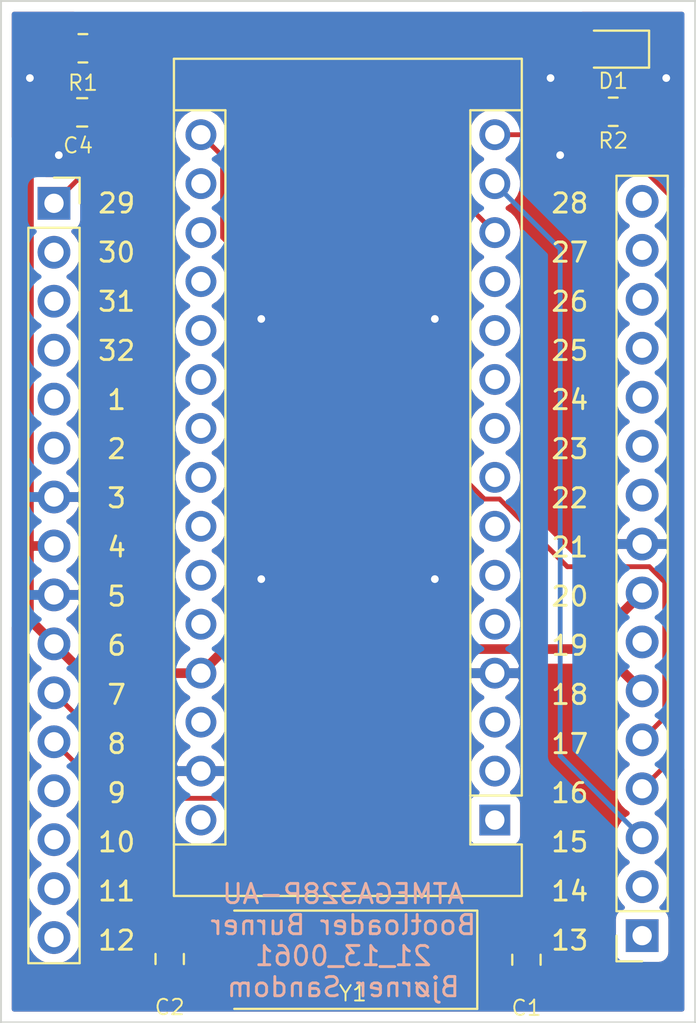
<source format=kicad_pcb>
(kicad_pcb (version 20171130) (host pcbnew "(5.1.9)-1")

  (general
    (thickness 1.6)
    (drawings 37)
    (tracks 59)
    (zones 0)
    (modules 10)
    (nets 52)
  )

  (page A4)
  (layers
    (0 F.Cu signal)
    (31 B.Cu signal)
    (32 B.Adhes user)
    (33 F.Adhes user)
    (34 B.Paste user)
    (35 F.Paste user)
    (36 B.SilkS user)
    (37 F.SilkS user)
    (38 B.Mask user)
    (39 F.Mask user)
    (40 Dwgs.User user)
    (41 Cmts.User user)
    (42 Eco1.User user)
    (43 Eco2.User user)
    (44 Edge.Cuts user)
    (45 Margin user)
    (46 B.CrtYd user)
    (47 F.CrtYd user)
    (48 B.Fab user)
    (49 F.Fab user hide)
  )

  (setup
    (last_trace_width 0.25)
    (trace_clearance 0.2)
    (zone_clearance 0.508)
    (zone_45_only no)
    (trace_min 0.2)
    (via_size 0.8)
    (via_drill 0.4)
    (via_min_size 0.4)
    (via_min_drill 0.3)
    (uvia_size 0.3)
    (uvia_drill 0.1)
    (uvias_allowed no)
    (uvia_min_size 0.2)
    (uvia_min_drill 0.1)
    (edge_width 0.05)
    (segment_width 0.2)
    (pcb_text_width 0.3)
    (pcb_text_size 1.5 1.5)
    (mod_edge_width 0.12)
    (mod_text_size 1 1)
    (mod_text_width 0.15)
    (pad_size 1.524 1.524)
    (pad_drill 0.762)
    (pad_to_mask_clearance 0)
    (aux_axis_origin 0 0)
    (visible_elements FFFFFF7F)
    (pcbplotparams
      (layerselection 0x010f0_ffffffff)
      (usegerberextensions false)
      (usegerberattributes false)
      (usegerberadvancedattributes false)
      (creategerberjobfile false)
      (excludeedgelayer true)
      (linewidth 0.100000)
      (plotframeref false)
      (viasonmask false)
      (mode 1)
      (useauxorigin false)
      (hpglpennumber 1)
      (hpglpenspeed 20)
      (hpglpendiameter 15.000000)
      (psnegative false)
      (psa4output false)
      (plotreference true)
      (plotvalue false)
      (plotinvisibletext false)
      (padsonsilk true)
      (subtractmaskfromsilk false)
      (outputformat 1)
      (mirror false)
      (drillshape 0)
      (scaleselection 1)
      (outputdirectory "gerber/"))
  )

  (net 0 "")
  (net 1 SCK)
  (net 2 MISO)
  (net 3 "Net-(A1-Pad30)")
  (net 4 MOSI)
  (net 5 GND)
  (net 6 CS)
  (net 7 "Net-(A1-Pad28)")
  (net 8 "Net-(A1-Pad12)")
  (net 9 +5V)
  (net 10 "Net-(A1-Pad11)")
  (net 11 "Net-(A1-Pad26)")
  (net 12 "Net-(A1-Pad10)")
  (net 13 "Net-(A1-Pad25)")
  (net 14 "Net-(A1-Pad9)")
  (net 15 "Net-(A1-Pad24)")
  (net 16 "Net-(A1-Pad8)")
  (net 17 "Net-(A1-Pad23)")
  (net 18 "Net-(A1-Pad7)")
  (net 19 "Net-(A1-Pad22)")
  (net 20 "Net-(A1-Pad6)")
  (net 21 "Net-(A1-Pad21)")
  (net 22 "Net-(A1-Pad5)")
  (net 23 "Net-(A1-Pad20)")
  (net 24 "Net-(A1-Pad19)")
  (net 25 "Net-(A1-Pad3)")
  (net 26 "Net-(A1-Pad18)")
  (net 27 "Net-(A1-Pad2)")
  (net 28 "Net-(A1-Pad17)")
  (net 29 "Net-(A1-Pad1)")
  (net 30 "Net-(C1-Pad1)")
  (net 31 "Net-(C2-Pad1)")
  (net 32 "Net-(D1-Pad1)")
  (net 33 "Net-(J1-Pad16)")
  (net 34 "Net-(J1-Pad15)")
  (net 35 "Net-(J1-Pad14)")
  (net 36 "Net-(J1-Pad13)")
  (net 37 "Net-(J1-Pad6)")
  (net 38 "Net-(J1-Pad5)")
  (net 39 "Net-(J1-Pad4)")
  (net 40 "Net-(J1-Pad3)")
  (net 41 "Net-(J1-Pad2)")
  (net 42 "Net-(J2-Pad16)")
  (net 43 "Net-(J2-Pad15)")
  (net 44 "Net-(J2-Pad14)")
  (net 45 "Net-(J2-Pad13)")
  (net 46 "Net-(J2-Pad12)")
  (net 47 "Net-(J2-Pad11)")
  (net 48 "Net-(J2-Pad10)")
  (net 49 "Net-(J2-Pad7)")
  (net 50 "Net-(J2-Pad2)")
  (net 51 "Net-(J2-Pad1)")

  (net_class Default "This is the default net class."
    (clearance 0.2)
    (trace_width 0.25)
    (via_dia 0.8)
    (via_drill 0.4)
    (uvia_dia 0.3)
    (uvia_drill 0.1)
    (add_net +5V)
    (add_net CS)
    (add_net GND)
    (add_net MISO)
    (add_net MOSI)
    (add_net "Net-(A1-Pad1)")
    (add_net "Net-(A1-Pad10)")
    (add_net "Net-(A1-Pad11)")
    (add_net "Net-(A1-Pad12)")
    (add_net "Net-(A1-Pad17)")
    (add_net "Net-(A1-Pad18)")
    (add_net "Net-(A1-Pad19)")
    (add_net "Net-(A1-Pad2)")
    (add_net "Net-(A1-Pad20)")
    (add_net "Net-(A1-Pad21)")
    (add_net "Net-(A1-Pad22)")
    (add_net "Net-(A1-Pad23)")
    (add_net "Net-(A1-Pad24)")
    (add_net "Net-(A1-Pad25)")
    (add_net "Net-(A1-Pad26)")
    (add_net "Net-(A1-Pad28)")
    (add_net "Net-(A1-Pad3)")
    (add_net "Net-(A1-Pad30)")
    (add_net "Net-(A1-Pad5)")
    (add_net "Net-(A1-Pad6)")
    (add_net "Net-(A1-Pad7)")
    (add_net "Net-(A1-Pad8)")
    (add_net "Net-(A1-Pad9)")
    (add_net "Net-(C1-Pad1)")
    (add_net "Net-(C2-Pad1)")
    (add_net "Net-(D1-Pad1)")
    (add_net "Net-(J1-Pad13)")
    (add_net "Net-(J1-Pad14)")
    (add_net "Net-(J1-Pad15)")
    (add_net "Net-(J1-Pad16)")
    (add_net "Net-(J1-Pad2)")
    (add_net "Net-(J1-Pad3)")
    (add_net "Net-(J1-Pad4)")
    (add_net "Net-(J1-Pad5)")
    (add_net "Net-(J1-Pad6)")
    (add_net "Net-(J2-Pad1)")
    (add_net "Net-(J2-Pad10)")
    (add_net "Net-(J2-Pad11)")
    (add_net "Net-(J2-Pad12)")
    (add_net "Net-(J2-Pad13)")
    (add_net "Net-(J2-Pad14)")
    (add_net "Net-(J2-Pad15)")
    (add_net "Net-(J2-Pad16)")
    (add_net "Net-(J2-Pad2)")
    (add_net "Net-(J2-Pad7)")
    (add_net SCK)
  )

  (module Connector_PinSocket_2.54mm:PinSocket_1x16_P2.54mm_Vertical (layer F.Cu) (tedit 5A19A41E) (tstamp 6064B85E)
    (at 179.25 127.5 180)
    (descr "Through hole straight socket strip, 1x16, 2.54mm pitch, single row (from Kicad 4.0.7), script generated")
    (tags "Through hole socket strip THT 1x16 2.54mm single row")
    (path /6065F8C4)
    (fp_text reference J2 (at 0 -2.77) (layer F.SilkS) hide
      (effects (font (size 1 1) (thickness 0.15)))
    )
    (fp_text value Conn_01x16 (at 0 40.87) (layer F.Fab)
      (effects (font (size 1 1) (thickness 0.15)))
    )
    (fp_line (start -1.8 39.9) (end -1.8 -1.8) (layer F.CrtYd) (width 0.05))
    (fp_line (start 1.75 39.9) (end -1.8 39.9) (layer F.CrtYd) (width 0.05))
    (fp_line (start 1.75 -1.8) (end 1.75 39.9) (layer F.CrtYd) (width 0.05))
    (fp_line (start -1.8 -1.8) (end 1.75 -1.8) (layer F.CrtYd) (width 0.05))
    (fp_line (start 0 -1.33) (end 1.33 -1.33) (layer F.SilkS) (width 0.12))
    (fp_line (start 1.33 -1.33) (end 1.33 0) (layer F.SilkS) (width 0.12))
    (fp_line (start 1.33 1.27) (end 1.33 39.43) (layer F.SilkS) (width 0.12))
    (fp_line (start -1.33 39.43) (end 1.33 39.43) (layer F.SilkS) (width 0.12))
    (fp_line (start -1.33 1.27) (end -1.33 39.43) (layer F.SilkS) (width 0.12))
    (fp_line (start -1.33 1.27) (end 1.33 1.27) (layer F.SilkS) (width 0.12))
    (fp_line (start -1.27 39.37) (end -1.27 -1.27) (layer F.Fab) (width 0.1))
    (fp_line (start 1.27 39.37) (end -1.27 39.37) (layer F.Fab) (width 0.1))
    (fp_line (start 1.27 -0.635) (end 1.27 39.37) (layer F.Fab) (width 0.1))
    (fp_line (start 0.635 -1.27) (end 1.27 -0.635) (layer F.Fab) (width 0.1))
    (fp_line (start -1.27 -1.27) (end 0.635 -1.27) (layer F.Fab) (width 0.1))
    (fp_text user %R (at 0 19.05 90) (layer F.Fab)
      (effects (font (size 1 1) (thickness 0.15)))
    )
    (pad 1 thru_hole rect (at 0 0 180) (size 1.7 1.7) (drill 1) (layers *.Cu *.Mask)
      (net 51 "Net-(J2-Pad1)"))
    (pad 2 thru_hole oval (at 0 2.54 180) (size 1.7 1.7) (drill 1) (layers *.Cu *.Mask)
      (net 50 "Net-(J2-Pad2)"))
    (pad 3 thru_hole oval (at 0 5.08 180) (size 1.7 1.7) (drill 1) (layers *.Cu *.Mask)
      (net 4 MOSI))
    (pad 4 thru_hole oval (at 0 7.62 180) (size 1.7 1.7) (drill 1) (layers *.Cu *.Mask)
      (net 2 MISO))
    (pad 5 thru_hole oval (at 0 10.16 180) (size 1.7 1.7) (drill 1) (layers *.Cu *.Mask)
      (net 1 SCK))
    (pad 6 thru_hole oval (at 0 12.7 180) (size 1.7 1.7) (drill 1) (layers *.Cu *.Mask)
      (net 9 +5V))
    (pad 7 thru_hole oval (at 0 15.24 180) (size 1.7 1.7) (drill 1) (layers *.Cu *.Mask)
      (net 49 "Net-(J2-Pad7)"))
    (pad 8 thru_hole oval (at 0 17.78 180) (size 1.7 1.7) (drill 1) (layers *.Cu *.Mask)
      (net 9 +5V))
    (pad 9 thru_hole oval (at 0 20.32 180) (size 1.7 1.7) (drill 1) (layers *.Cu *.Mask)
      (net 5 GND))
    (pad 10 thru_hole oval (at 0 22.86 180) (size 1.7 1.7) (drill 1) (layers *.Cu *.Mask)
      (net 48 "Net-(J2-Pad10)"))
    (pad 11 thru_hole oval (at 0 25.4 180) (size 1.7 1.7) (drill 1) (layers *.Cu *.Mask)
      (net 47 "Net-(J2-Pad11)"))
    (pad 12 thru_hole oval (at 0 27.94 180) (size 1.7 1.7) (drill 1) (layers *.Cu *.Mask)
      (net 46 "Net-(J2-Pad12)"))
    (pad 13 thru_hole oval (at 0 30.48 180) (size 1.7 1.7) (drill 1) (layers *.Cu *.Mask)
      (net 45 "Net-(J2-Pad13)"))
    (pad 14 thru_hole oval (at 0 33.02 180) (size 1.7 1.7) (drill 1) (layers *.Cu *.Mask)
      (net 44 "Net-(J2-Pad14)"))
    (pad 15 thru_hole oval (at 0 35.56 180) (size 1.7 1.7) (drill 1) (layers *.Cu *.Mask)
      (net 43 "Net-(J2-Pad15)"))
    (pad 16 thru_hole oval (at 0 38.1 180) (size 1.7 1.7) (drill 1) (layers *.Cu *.Mask)
      (net 42 "Net-(J2-Pad16)"))
    (model ${KISYS3DMOD}/Connector_PinSocket_2.54mm.3dshapes/PinSocket_1x16_P2.54mm_Vertical.wrl
      (at (xyz 0 0 0))
      (scale (xyz 1 1 1))
      (rotate (xyz 0 0 0))
    )
  )

  (module Connector_PinSocket_2.54mm:PinSocket_1x16_P2.54mm_Vertical (layer F.Cu) (tedit 5A19A41E) (tstamp 6064B83A)
    (at 148.75 89.5)
    (descr "Through hole straight socket strip, 1x16, 2.54mm pitch, single row (from Kicad 4.0.7), script generated")
    (tags "Through hole socket strip THT 1x16 2.54mm single row")
    (path /606606CA)
    (fp_text reference J1 (at 0 -2.77) (layer F.SilkS) hide
      (effects (font (size 1 1) (thickness 0.15)))
    )
    (fp_text value Conn_01x16 (at 0 40.87) (layer F.Fab)
      (effects (font (size 1 1) (thickness 0.15)))
    )
    (fp_line (start -1.8 39.9) (end -1.8 -1.8) (layer F.CrtYd) (width 0.05))
    (fp_line (start 1.75 39.9) (end -1.8 39.9) (layer F.CrtYd) (width 0.05))
    (fp_line (start 1.75 -1.8) (end 1.75 39.9) (layer F.CrtYd) (width 0.05))
    (fp_line (start -1.8 -1.8) (end 1.75 -1.8) (layer F.CrtYd) (width 0.05))
    (fp_line (start 0 -1.33) (end 1.33 -1.33) (layer F.SilkS) (width 0.12))
    (fp_line (start 1.33 -1.33) (end 1.33 0) (layer F.SilkS) (width 0.12))
    (fp_line (start 1.33 1.27) (end 1.33 39.43) (layer F.SilkS) (width 0.12))
    (fp_line (start -1.33 39.43) (end 1.33 39.43) (layer F.SilkS) (width 0.12))
    (fp_line (start -1.33 1.27) (end -1.33 39.43) (layer F.SilkS) (width 0.12))
    (fp_line (start -1.33 1.27) (end 1.33 1.27) (layer F.SilkS) (width 0.12))
    (fp_line (start -1.27 39.37) (end -1.27 -1.27) (layer F.Fab) (width 0.1))
    (fp_line (start 1.27 39.37) (end -1.27 39.37) (layer F.Fab) (width 0.1))
    (fp_line (start 1.27 -0.635) (end 1.27 39.37) (layer F.Fab) (width 0.1))
    (fp_line (start 0.635 -1.27) (end 1.27 -0.635) (layer F.Fab) (width 0.1))
    (fp_line (start -1.27 -1.27) (end 0.635 -1.27) (layer F.Fab) (width 0.1))
    (fp_text user %R (at 0 19.05 90) (layer F.Fab)
      (effects (font (size 1 1) (thickness 0.15)))
    )
    (pad 1 thru_hole rect (at 0 0) (size 1.7 1.7) (drill 1) (layers *.Cu *.Mask)
      (net 6 CS))
    (pad 2 thru_hole oval (at 0 2.54) (size 1.7 1.7) (drill 1) (layers *.Cu *.Mask)
      (net 41 "Net-(J1-Pad2)"))
    (pad 3 thru_hole oval (at 0 5.08) (size 1.7 1.7) (drill 1) (layers *.Cu *.Mask)
      (net 40 "Net-(J1-Pad3)"))
    (pad 4 thru_hole oval (at 0 7.62) (size 1.7 1.7) (drill 1) (layers *.Cu *.Mask)
      (net 39 "Net-(J1-Pad4)"))
    (pad 5 thru_hole oval (at 0 10.16) (size 1.7 1.7) (drill 1) (layers *.Cu *.Mask)
      (net 38 "Net-(J1-Pad5)"))
    (pad 6 thru_hole oval (at 0 12.7) (size 1.7 1.7) (drill 1) (layers *.Cu *.Mask)
      (net 37 "Net-(J1-Pad6)"))
    (pad 7 thru_hole oval (at 0 15.24) (size 1.7 1.7) (drill 1) (layers *.Cu *.Mask)
      (net 5 GND))
    (pad 8 thru_hole oval (at 0 17.78) (size 1.7 1.7) (drill 1) (layers *.Cu *.Mask)
      (net 9 +5V))
    (pad 9 thru_hole oval (at 0 20.32) (size 1.7 1.7) (drill 1) (layers *.Cu *.Mask)
      (net 5 GND))
    (pad 10 thru_hole oval (at 0 22.86) (size 1.7 1.7) (drill 1) (layers *.Cu *.Mask)
      (net 9 +5V))
    (pad 11 thru_hole oval (at 0 25.4) (size 1.7 1.7) (drill 1) (layers *.Cu *.Mask)
      (net 30 "Net-(C1-Pad1)"))
    (pad 12 thru_hole oval (at 0 27.94) (size 1.7 1.7) (drill 1) (layers *.Cu *.Mask)
      (net 31 "Net-(C2-Pad1)"))
    (pad 13 thru_hole oval (at 0 30.48) (size 1.7 1.7) (drill 1) (layers *.Cu *.Mask)
      (net 36 "Net-(J1-Pad13)"))
    (pad 14 thru_hole oval (at 0 33.02) (size 1.7 1.7) (drill 1) (layers *.Cu *.Mask)
      (net 35 "Net-(J1-Pad14)"))
    (pad 15 thru_hole oval (at 0 35.56) (size 1.7 1.7) (drill 1) (layers *.Cu *.Mask)
      (net 34 "Net-(J1-Pad15)"))
    (pad 16 thru_hole oval (at 0 38.1) (size 1.7 1.7) (drill 1) (layers *.Cu *.Mask)
      (net 33 "Net-(J1-Pad16)"))
    (model ${KISYS3DMOD}/Connector_PinSocket_2.54mm.3dshapes/PinSocket_1x16_P2.54mm_Vertical.wrl
      (at (xyz 0 0 0))
      (scale (xyz 1 1 1))
      (rotate (xyz 0 0 0))
    )
  )

  (module Capacitor_SMD:C_0805_2012Metric_Pad1.18x1.45mm_HandSolder (layer F.Cu) (tedit 5F68FEEF) (tstamp 6064DBBC)
    (at 150.2125 84.78)
    (descr "Capacitor SMD 0805 (2012 Metric), square (rectangular) end terminal, IPC_7351 nominal with elongated pad for handsoldering. (Body size source: IPC-SM-782 page 76, https://www.pcb-3d.com/wordpress/wp-content/uploads/ipc-sm-782a_amendment_1_and_2.pdf, https://docs.google.com/spreadsheets/d/1BsfQQcO9C6DZCsRaXUlFlo91Tg2WpOkGARC1WS5S8t0/edit?usp=sharing), generated with kicad-footprint-generator")
    (tags "capacitor handsolder")
    (path /606AF436)
    (attr smd)
    (fp_text reference C4 (at -0.2125 1.72) (layer F.SilkS)
      (effects (font (size 0.8 0.8) (thickness 0.1)))
    )
    (fp_text value 100nF (at 0 1.68) (layer F.Fab)
      (effects (font (size 1 1) (thickness 0.15)))
    )
    (fp_line (start 1.88 0.98) (end -1.88 0.98) (layer F.CrtYd) (width 0.05))
    (fp_line (start 1.88 -0.98) (end 1.88 0.98) (layer F.CrtYd) (width 0.05))
    (fp_line (start -1.88 -0.98) (end 1.88 -0.98) (layer F.CrtYd) (width 0.05))
    (fp_line (start -1.88 0.98) (end -1.88 -0.98) (layer F.CrtYd) (width 0.05))
    (fp_line (start -0.261252 0.735) (end 0.261252 0.735) (layer F.SilkS) (width 0.12))
    (fp_line (start -0.261252 -0.735) (end 0.261252 -0.735) (layer F.SilkS) (width 0.12))
    (fp_line (start 1 0.625) (end -1 0.625) (layer F.Fab) (width 0.1))
    (fp_line (start 1 -0.625) (end 1 0.625) (layer F.Fab) (width 0.1))
    (fp_line (start -1 -0.625) (end 1 -0.625) (layer F.Fab) (width 0.1))
    (fp_line (start -1 0.625) (end -1 -0.625) (layer F.Fab) (width 0.1))
    (fp_text user %R (at 0 0) (layer F.Fab)
      (effects (font (size 0.5 0.5) (thickness 0.08)))
    )
    (pad 1 smd roundrect (at -1.0375 0) (size 1.175 1.45) (layers F.Cu F.Paste F.Mask) (roundrect_rratio 0.2127659574468085)
      (net 9 +5V))
    (pad 2 smd roundrect (at 1.0375 0) (size 1.175 1.45) (layers F.Cu F.Paste F.Mask) (roundrect_rratio 0.2127659574468085)
      (net 5 GND))
    (model ${KISYS3DMOD}/Capacitor_SMD.3dshapes/C_0805_2012Metric.wrl
      (at (xyz 0 0 0))
      (scale (xyz 1 1 1))
      (rotate (xyz 0 0 0))
    )
  )

  (module Crystal:Crystal_SMD_HC49-SD (layer F.Cu) (tedit 5A1AD52C) (tstamp 60654677)
    (at 164 128.75 180)
    (descr "SMD Crystal HC-49-SD http://cdn-reichelt.de/documents/datenblatt/B400/xxx-HC49-SMD.pdf, 11.4x4.7mm^2 package")
    (tags "SMD SMT crystal")
    (path /6066639E)
    (attr smd)
    (fp_text reference Y1 (at -0.25 -1.75) (layer F.SilkS)
      (effects (font (size 0.8 0.8) (thickness 0.1)))
    )
    (fp_text value 16MHz (at 0 3.55) (layer F.Fab)
      (effects (font (size 1 1) (thickness 0.15)))
    )
    (fp_line (start 6.8 -2.6) (end -6.8 -2.6) (layer F.CrtYd) (width 0.05))
    (fp_line (start 6.8 2.6) (end 6.8 -2.6) (layer F.CrtYd) (width 0.05))
    (fp_line (start -6.8 2.6) (end 6.8 2.6) (layer F.CrtYd) (width 0.05))
    (fp_line (start -6.8 -2.6) (end -6.8 2.6) (layer F.CrtYd) (width 0.05))
    (fp_line (start -6.7 2.55) (end 5.9 2.55) (layer F.SilkS) (width 0.12))
    (fp_line (start -6.7 -2.55) (end -6.7 2.55) (layer F.SilkS) (width 0.12))
    (fp_line (start 5.9 -2.55) (end -6.7 -2.55) (layer F.SilkS) (width 0.12))
    (fp_line (start -3.015 2.115) (end 3.015 2.115) (layer F.Fab) (width 0.1))
    (fp_line (start -3.015 -2.115) (end 3.015 -2.115) (layer F.Fab) (width 0.1))
    (fp_line (start 5.7 -2.35) (end -5.7 -2.35) (layer F.Fab) (width 0.1))
    (fp_line (start 5.7 2.35) (end 5.7 -2.35) (layer F.Fab) (width 0.1))
    (fp_line (start -5.7 2.35) (end 5.7 2.35) (layer F.Fab) (width 0.1))
    (fp_line (start -5.7 -2.35) (end -5.7 2.35) (layer F.Fab) (width 0.1))
    (fp_text user %R (at 0 0) (layer F.Fab)
      (effects (font (size 1 1) (thickness 0.15)))
    )
    (fp_arc (start -3.015 0) (end -3.015 -2.115) (angle -180) (layer F.Fab) (width 0.1))
    (fp_arc (start 3.015 0) (end 3.015 -2.115) (angle 180) (layer F.Fab) (width 0.1))
    (pad 1 smd rect (at -4.25 0 180) (size 4.5 2) (layers F.Cu F.Paste F.Mask)
      (net 30 "Net-(C1-Pad1)"))
    (pad 2 smd rect (at 4.25 0 180) (size 4.5 2) (layers F.Cu F.Paste F.Mask)
      (net 31 "Net-(C2-Pad1)"))
    (model ${KISYS3DMOD}/Crystal.3dshapes/Crystal_SMD_HC49-SD.wrl
      (at (xyz 0 0 0))
      (scale (xyz 1 1 1))
      (rotate (xyz 0 0 0))
    )
  )

  (module Resistor_SMD:R_0805_2012Metric_Pad1.20x1.40mm_HandSolder (layer F.Cu) (tedit 5F68FEEE) (tstamp 60653F2D)
    (at 177.75 84.75 180)
    (descr "Resistor SMD 0805 (2012 Metric), square (rectangular) end terminal, IPC_7351 nominal with elongated pad for handsoldering. (Body size source: IPC-SM-782 page 72, https://www.pcb-3d.com/wordpress/wp-content/uploads/ipc-sm-782a_amendment_1_and_2.pdf), generated with kicad-footprint-generator")
    (tags "resistor handsolder")
    (path /6068E07E)
    (attr smd)
    (fp_text reference R2 (at 0 -1.5) (layer F.SilkS)
      (effects (font (size 0.8 0.8) (thickness 0.1)))
    )
    (fp_text value 560Ω (at 0 1.65) (layer F.Fab)
      (effects (font (size 1 1) (thickness 0.15)))
    )
    (fp_line (start 1.85 0.95) (end -1.85 0.95) (layer F.CrtYd) (width 0.05))
    (fp_line (start 1.85 -0.95) (end 1.85 0.95) (layer F.CrtYd) (width 0.05))
    (fp_line (start -1.85 -0.95) (end 1.85 -0.95) (layer F.CrtYd) (width 0.05))
    (fp_line (start -1.85 0.95) (end -1.85 -0.95) (layer F.CrtYd) (width 0.05))
    (fp_line (start -0.227064 0.735) (end 0.227064 0.735) (layer F.SilkS) (width 0.12))
    (fp_line (start -0.227064 -0.735) (end 0.227064 -0.735) (layer F.SilkS) (width 0.12))
    (fp_line (start 1 0.625) (end -1 0.625) (layer F.Fab) (width 0.1))
    (fp_line (start 1 -0.625) (end 1 0.625) (layer F.Fab) (width 0.1))
    (fp_line (start -1 -0.625) (end 1 -0.625) (layer F.Fab) (width 0.1))
    (fp_line (start -1 0.625) (end -1 -0.625) (layer F.Fab) (width 0.1))
    (fp_text user %R (at 0 0) (layer F.Fab)
      (effects (font (size 0.5 0.5) (thickness 0.08)))
    )
    (pad 1 smd roundrect (at -1 0 180) (size 1.2 1.4) (layers F.Cu F.Paste F.Mask) (roundrect_rratio 0.2083325)
      (net 32 "Net-(D1-Pad1)"))
    (pad 2 smd roundrect (at 1 0 180) (size 1.2 1.4) (layers F.Cu F.Paste F.Mask) (roundrect_rratio 0.2083325)
      (net 5 GND))
    (model ${KISYS3DMOD}/Resistor_SMD.3dshapes/R_0805_2012Metric.wrl
      (at (xyz 0 0 0))
      (scale (xyz 1 1 1))
      (rotate (xyz 0 0 0))
    )
  )

  (module Resistor_SMD:R_0805_2012Metric_Pad1.20x1.40mm_HandSolder (layer F.Cu) (tedit 5F68FEEE) (tstamp 6064B86F)
    (at 150.25 81.455)
    (descr "Resistor SMD 0805 (2012 Metric), square (rectangular) end terminal, IPC_7351 nominal with elongated pad for handsoldering. (Body size source: IPC-SM-782 page 72, https://www.pcb-3d.com/wordpress/wp-content/uploads/ipc-sm-782a_amendment_1_and_2.pdf), generated with kicad-footprint-generator")
    (tags "resistor handsolder")
    (path /60664A3C)
    (attr smd)
    (fp_text reference R1 (at 0 1.795) (layer F.SilkS)
      (effects (font (size 0.8 0.8) (thickness 0.1)))
    )
    (fp_text value 10kΩ (at 0 1.65) (layer F.Fab)
      (effects (font (size 1 1) (thickness 0.15)))
    )
    (fp_line (start 1.85 0.95) (end -1.85 0.95) (layer F.CrtYd) (width 0.05))
    (fp_line (start 1.85 -0.95) (end 1.85 0.95) (layer F.CrtYd) (width 0.05))
    (fp_line (start -1.85 -0.95) (end 1.85 -0.95) (layer F.CrtYd) (width 0.05))
    (fp_line (start -1.85 0.95) (end -1.85 -0.95) (layer F.CrtYd) (width 0.05))
    (fp_line (start -0.227064 0.735) (end 0.227064 0.735) (layer F.SilkS) (width 0.12))
    (fp_line (start -0.227064 -0.735) (end 0.227064 -0.735) (layer F.SilkS) (width 0.12))
    (fp_line (start 1 0.625) (end -1 0.625) (layer F.Fab) (width 0.1))
    (fp_line (start 1 -0.625) (end 1 0.625) (layer F.Fab) (width 0.1))
    (fp_line (start -1 -0.625) (end 1 -0.625) (layer F.Fab) (width 0.1))
    (fp_line (start -1 0.625) (end -1 -0.625) (layer F.Fab) (width 0.1))
    (fp_text user %R (at 0 0) (layer F.Fab)
      (effects (font (size 0.5 0.5) (thickness 0.08)))
    )
    (pad 1 smd roundrect (at -1 0) (size 1.2 1.4) (layers F.Cu F.Paste F.Mask) (roundrect_rratio 0.2083325)
      (net 9 +5V))
    (pad 2 smd roundrect (at 1 0) (size 1.2 1.4) (layers F.Cu F.Paste F.Mask) (roundrect_rratio 0.2083325)
      (net 6 CS))
    (model ${KISYS3DMOD}/Resistor_SMD.3dshapes/R_0805_2012Metric.wrl
      (at (xyz 0 0 0))
      (scale (xyz 1 1 1))
      (rotate (xyz 0 0 0))
    )
  )

  (module LED_SMD:LED_0805_2012Metric_Pad1.15x1.40mm_HandSolder (layer F.Cu) (tedit 5F68FEF1) (tstamp 60653EF9)
    (at 177.75 81.5 180)
    (descr "LED SMD 0805 (2012 Metric), square (rectangular) end terminal, IPC_7351 nominal, (Body size source: https://docs.google.com/spreadsheets/d/1BsfQQcO9C6DZCsRaXUlFlo91Tg2WpOkGARC1WS5S8t0/edit?usp=sharing), generated with kicad-footprint-generator")
    (tags "LED handsolder")
    (path /6068DA22)
    (attr smd)
    (fp_text reference D1 (at 0 -1.65) (layer F.SilkS)
      (effects (font (size 0.8 0.8) (thickness 0.1)))
    )
    (fp_text value LED (at 0 1.65) (layer F.Fab)
      (effects (font (size 1 1) (thickness 0.15)))
    )
    (fp_line (start 1.85 0.95) (end -1.85 0.95) (layer F.CrtYd) (width 0.05))
    (fp_line (start 1.85 -0.95) (end 1.85 0.95) (layer F.CrtYd) (width 0.05))
    (fp_line (start -1.85 -0.95) (end 1.85 -0.95) (layer F.CrtYd) (width 0.05))
    (fp_line (start -1.85 0.95) (end -1.85 -0.95) (layer F.CrtYd) (width 0.05))
    (fp_line (start -1.86 0.96) (end 1 0.96) (layer F.SilkS) (width 0.12))
    (fp_line (start -1.86 -0.96) (end -1.86 0.96) (layer F.SilkS) (width 0.12))
    (fp_line (start 1 -0.96) (end -1.86 -0.96) (layer F.SilkS) (width 0.12))
    (fp_line (start 1 0.6) (end 1 -0.6) (layer F.Fab) (width 0.1))
    (fp_line (start -1 0.6) (end 1 0.6) (layer F.Fab) (width 0.1))
    (fp_line (start -1 -0.3) (end -1 0.6) (layer F.Fab) (width 0.1))
    (fp_line (start -0.7 -0.6) (end -1 -0.3) (layer F.Fab) (width 0.1))
    (fp_line (start 1 -0.6) (end -0.7 -0.6) (layer F.Fab) (width 0.1))
    (fp_text user %R (at 0 0) (layer F.Fab)
      (effects (font (size 0.5 0.5) (thickness 0.08)))
    )
    (pad 1 smd roundrect (at -1.025 0 180) (size 1.15 1.4) (layers F.Cu F.Paste F.Mask) (roundrect_rratio 0.2173904347826087)
      (net 32 "Net-(D1-Pad1)"))
    (pad 2 smd roundrect (at 1.025 0 180) (size 1.15 1.4) (layers F.Cu F.Paste F.Mask) (roundrect_rratio 0.2173904347826087)
      (net 9 +5V))
    (model ${KISYS3DMOD}/LED_SMD.3dshapes/LED_0805_2012Metric.wrl
      (at (xyz 0 0 0))
      (scale (xyz 1 1 1))
      (rotate (xyz 0 0 0))
    )
  )

  (module Capacitor_SMD:C_0805_2012Metric_Pad1.18x1.45mm_HandSolder (layer F.Cu) (tedit 5F68FEEF) (tstamp 6064B803)
    (at 154.75 128.7125 270)
    (descr "Capacitor SMD 0805 (2012 Metric), square (rectangular) end terminal, IPC_7351 nominal with elongated pad for handsoldering. (Body size source: IPC-SM-782 page 76, https://www.pcb-3d.com/wordpress/wp-content/uploads/ipc-sm-782a_amendment_1_and_2.pdf, https://docs.google.com/spreadsheets/d/1BsfQQcO9C6DZCsRaXUlFlo91Tg2WpOkGARC1WS5S8t0/edit?usp=sharing), generated with kicad-footprint-generator")
    (tags "capacitor handsolder")
    (path /6066EF5E)
    (attr smd)
    (fp_text reference C2 (at 2.5 0 180) (layer F.SilkS)
      (effects (font (size 0.8 0.8) (thickness 0.1)))
    )
    (fp_text value 22pF (at 0 1.68 90) (layer F.Fab)
      (effects (font (size 1 1) (thickness 0.15)))
    )
    (fp_line (start 1.88 0.98) (end -1.88 0.98) (layer F.CrtYd) (width 0.05))
    (fp_line (start 1.88 -0.98) (end 1.88 0.98) (layer F.CrtYd) (width 0.05))
    (fp_line (start -1.88 -0.98) (end 1.88 -0.98) (layer F.CrtYd) (width 0.05))
    (fp_line (start -1.88 0.98) (end -1.88 -0.98) (layer F.CrtYd) (width 0.05))
    (fp_line (start -0.261252 0.735) (end 0.261252 0.735) (layer F.SilkS) (width 0.12))
    (fp_line (start -0.261252 -0.735) (end 0.261252 -0.735) (layer F.SilkS) (width 0.12))
    (fp_line (start 1 0.625) (end -1 0.625) (layer F.Fab) (width 0.1))
    (fp_line (start 1 -0.625) (end 1 0.625) (layer F.Fab) (width 0.1))
    (fp_line (start -1 -0.625) (end 1 -0.625) (layer F.Fab) (width 0.1))
    (fp_line (start -1 0.625) (end -1 -0.625) (layer F.Fab) (width 0.1))
    (fp_text user %R (at 0 0 90) (layer F.Fab)
      (effects (font (size 0.5 0.5) (thickness 0.08)))
    )
    (pad 1 smd roundrect (at -1.0375 0 270) (size 1.175 1.45) (layers F.Cu F.Paste F.Mask) (roundrect_rratio 0.2127659574468085)
      (net 31 "Net-(C2-Pad1)"))
    (pad 2 smd roundrect (at 1.0375 0 270) (size 1.175 1.45) (layers F.Cu F.Paste F.Mask) (roundrect_rratio 0.2127659574468085)
      (net 5 GND))
    (model ${KISYS3DMOD}/Capacitor_SMD.3dshapes/C_0805_2012Metric.wrl
      (at (xyz 0 0 0))
      (scale (xyz 1 1 1))
      (rotate (xyz 0 0 0))
    )
  )

  (module Capacitor_SMD:C_0805_2012Metric_Pad1.18x1.45mm_HandSolder (layer F.Cu) (tedit 5F68FEEF) (tstamp 6064B7F2)
    (at 173.25 128.75 270)
    (descr "Capacitor SMD 0805 (2012 Metric), square (rectangular) end terminal, IPC_7351 nominal with elongated pad for handsoldering. (Body size source: IPC-SM-782 page 76, https://www.pcb-3d.com/wordpress/wp-content/uploads/ipc-sm-782a_amendment_1_and_2.pdf, https://docs.google.com/spreadsheets/d/1BsfQQcO9C6DZCsRaXUlFlo91Tg2WpOkGARC1WS5S8t0/edit?usp=sharing), generated with kicad-footprint-generator")
    (tags "capacitor handsolder")
    (path /6066E704)
    (attr smd)
    (fp_text reference C1 (at 2.5 0 180) (layer F.SilkS)
      (effects (font (size 0.8 0.8) (thickness 0.1)))
    )
    (fp_text value 22pF (at 0 1.68 90) (layer F.Fab)
      (effects (font (size 1 1) (thickness 0.15)))
    )
    (fp_line (start 1.88 0.98) (end -1.88 0.98) (layer F.CrtYd) (width 0.05))
    (fp_line (start 1.88 -0.98) (end 1.88 0.98) (layer F.CrtYd) (width 0.05))
    (fp_line (start -1.88 -0.98) (end 1.88 -0.98) (layer F.CrtYd) (width 0.05))
    (fp_line (start -1.88 0.98) (end -1.88 -0.98) (layer F.CrtYd) (width 0.05))
    (fp_line (start -0.261252 0.735) (end 0.261252 0.735) (layer F.SilkS) (width 0.12))
    (fp_line (start -0.261252 -0.735) (end 0.261252 -0.735) (layer F.SilkS) (width 0.12))
    (fp_line (start 1 0.625) (end -1 0.625) (layer F.Fab) (width 0.1))
    (fp_line (start 1 -0.625) (end 1 0.625) (layer F.Fab) (width 0.1))
    (fp_line (start -1 -0.625) (end 1 -0.625) (layer F.Fab) (width 0.1))
    (fp_line (start -1 0.625) (end -1 -0.625) (layer F.Fab) (width 0.1))
    (fp_text user %R (at 0 0 90) (layer F.Fab)
      (effects (font (size 0.5 0.5) (thickness 0.08)))
    )
    (pad 1 smd roundrect (at -1.0375 0 270) (size 1.175 1.45) (layers F.Cu F.Paste F.Mask) (roundrect_rratio 0.2127659574468085)
      (net 30 "Net-(C1-Pad1)"))
    (pad 2 smd roundrect (at 1.0375 0 270) (size 1.175 1.45) (layers F.Cu F.Paste F.Mask) (roundrect_rratio 0.2127659574468085)
      (net 5 GND))
    (model ${KISYS3DMOD}/Capacitor_SMD.3dshapes/C_0805_2012Metric.wrl
      (at (xyz 0 0 0))
      (scale (xyz 1 1 1))
      (rotate (xyz 0 0 0))
    )
  )

  (module Module:Arduino_Nano locked (layer F.Cu) (tedit 58ACAF70) (tstamp 6064B7E1)
    (at 171.61 121.5 180)
    (descr "Arduino Nano, http://www.mouser.com/pdfdocs/Gravitech_Arduino_Nano3_0.pdf")
    (tags "Arduino Nano")
    (path /6065B288)
    (fp_text reference A1 (at 7.62 -5.08) (layer F.SilkS) hide
      (effects (font (size 1 1) (thickness 0.15)))
    )
    (fp_text value Arduino_Nano_v3.x (at 8.89 19.05 90) (layer F.Fab)
      (effects (font (size 1 1) (thickness 0.15)))
    )
    (fp_line (start 16.75 42.16) (end -1.53 42.16) (layer F.CrtYd) (width 0.05))
    (fp_line (start 16.75 42.16) (end 16.75 -4.06) (layer F.CrtYd) (width 0.05))
    (fp_line (start -1.53 -4.06) (end -1.53 42.16) (layer F.CrtYd) (width 0.05))
    (fp_line (start -1.53 -4.06) (end 16.75 -4.06) (layer F.CrtYd) (width 0.05))
    (fp_line (start 16.51 -3.81) (end 16.51 39.37) (layer F.Fab) (width 0.1))
    (fp_line (start 0 -3.81) (end 16.51 -3.81) (layer F.Fab) (width 0.1))
    (fp_line (start -1.27 -2.54) (end 0 -3.81) (layer F.Fab) (width 0.1))
    (fp_line (start -1.27 39.37) (end -1.27 -2.54) (layer F.Fab) (width 0.1))
    (fp_line (start 16.51 39.37) (end -1.27 39.37) (layer F.Fab) (width 0.1))
    (fp_line (start 16.64 -3.94) (end -1.4 -3.94) (layer F.SilkS) (width 0.12))
    (fp_line (start 16.64 39.5) (end 16.64 -3.94) (layer F.SilkS) (width 0.12))
    (fp_line (start -1.4 39.5) (end 16.64 39.5) (layer F.SilkS) (width 0.12))
    (fp_line (start 3.81 41.91) (end 3.81 31.75) (layer F.Fab) (width 0.1))
    (fp_line (start 11.43 41.91) (end 3.81 41.91) (layer F.Fab) (width 0.1))
    (fp_line (start 11.43 31.75) (end 11.43 41.91) (layer F.Fab) (width 0.1))
    (fp_line (start 3.81 31.75) (end 11.43 31.75) (layer F.Fab) (width 0.1))
    (fp_line (start 1.27 36.83) (end -1.4 36.83) (layer F.SilkS) (width 0.12))
    (fp_line (start 1.27 1.27) (end 1.27 36.83) (layer F.SilkS) (width 0.12))
    (fp_line (start 1.27 1.27) (end -1.4 1.27) (layer F.SilkS) (width 0.12))
    (fp_line (start 13.97 36.83) (end 16.64 36.83) (layer F.SilkS) (width 0.12))
    (fp_line (start 13.97 -1.27) (end 13.97 36.83) (layer F.SilkS) (width 0.12))
    (fp_line (start 13.97 -1.27) (end 16.64 -1.27) (layer F.SilkS) (width 0.12))
    (fp_line (start -1.4 -3.94) (end -1.4 -1.27) (layer F.SilkS) (width 0.12))
    (fp_line (start -1.4 1.27) (end -1.4 39.5) (layer F.SilkS) (width 0.12))
    (fp_line (start 1.27 -1.27) (end -1.4 -1.27) (layer F.SilkS) (width 0.12))
    (fp_line (start 1.27 1.27) (end 1.27 -1.27) (layer F.SilkS) (width 0.12))
    (fp_text user %R (at 6.35 19.05 90) (layer F.Fab)
      (effects (font (size 1 1) (thickness 0.15)))
    )
    (pad 1 thru_hole rect (at 0 0 180) (size 1.6 1.6) (drill 1) (layers *.Cu *.Mask)
      (net 29 "Net-(A1-Pad1)"))
    (pad 17 thru_hole oval (at 15.24 33.02 180) (size 1.6 1.6) (drill 1) (layers *.Cu *.Mask)
      (net 28 "Net-(A1-Pad17)"))
    (pad 2 thru_hole oval (at 0 2.54 180) (size 1.6 1.6) (drill 1) (layers *.Cu *.Mask)
      (net 27 "Net-(A1-Pad2)"))
    (pad 18 thru_hole oval (at 15.24 30.48 180) (size 1.6 1.6) (drill 1) (layers *.Cu *.Mask)
      (net 26 "Net-(A1-Pad18)"))
    (pad 3 thru_hole oval (at 0 5.08 180) (size 1.6 1.6) (drill 1) (layers *.Cu *.Mask)
      (net 25 "Net-(A1-Pad3)"))
    (pad 19 thru_hole oval (at 15.24 27.94 180) (size 1.6 1.6) (drill 1) (layers *.Cu *.Mask)
      (net 24 "Net-(A1-Pad19)"))
    (pad 4 thru_hole oval (at 0 7.62 180) (size 1.6 1.6) (drill 1) (layers *.Cu *.Mask)
      (net 5 GND))
    (pad 20 thru_hole oval (at 15.24 25.4 180) (size 1.6 1.6) (drill 1) (layers *.Cu *.Mask)
      (net 23 "Net-(A1-Pad20)"))
    (pad 5 thru_hole oval (at 0 10.16 180) (size 1.6 1.6) (drill 1) (layers *.Cu *.Mask)
      (net 22 "Net-(A1-Pad5)"))
    (pad 21 thru_hole oval (at 15.24 22.86 180) (size 1.6 1.6) (drill 1) (layers *.Cu *.Mask)
      (net 21 "Net-(A1-Pad21)"))
    (pad 6 thru_hole oval (at 0 12.7 180) (size 1.6 1.6) (drill 1) (layers *.Cu *.Mask)
      (net 20 "Net-(A1-Pad6)"))
    (pad 22 thru_hole oval (at 15.24 20.32 180) (size 1.6 1.6) (drill 1) (layers *.Cu *.Mask)
      (net 19 "Net-(A1-Pad22)"))
    (pad 7 thru_hole oval (at 0 15.24 180) (size 1.6 1.6) (drill 1) (layers *.Cu *.Mask)
      (net 18 "Net-(A1-Pad7)"))
    (pad 23 thru_hole oval (at 15.24 17.78 180) (size 1.6 1.6) (drill 1) (layers *.Cu *.Mask)
      (net 17 "Net-(A1-Pad23)"))
    (pad 8 thru_hole oval (at 0 17.78 180) (size 1.6 1.6) (drill 1) (layers *.Cu *.Mask)
      (net 16 "Net-(A1-Pad8)"))
    (pad 24 thru_hole oval (at 15.24 15.24 180) (size 1.6 1.6) (drill 1) (layers *.Cu *.Mask)
      (net 15 "Net-(A1-Pad24)"))
    (pad 9 thru_hole oval (at 0 20.32 180) (size 1.6 1.6) (drill 1) (layers *.Cu *.Mask)
      (net 14 "Net-(A1-Pad9)"))
    (pad 25 thru_hole oval (at 15.24 12.7 180) (size 1.6 1.6) (drill 1) (layers *.Cu *.Mask)
      (net 13 "Net-(A1-Pad25)"))
    (pad 10 thru_hole oval (at 0 22.86 180) (size 1.6 1.6) (drill 1) (layers *.Cu *.Mask)
      (net 12 "Net-(A1-Pad10)"))
    (pad 26 thru_hole oval (at 15.24 10.16 180) (size 1.6 1.6) (drill 1) (layers *.Cu *.Mask)
      (net 11 "Net-(A1-Pad26)"))
    (pad 11 thru_hole oval (at 0 25.4 180) (size 1.6 1.6) (drill 1) (layers *.Cu *.Mask)
      (net 10 "Net-(A1-Pad11)"))
    (pad 27 thru_hole oval (at 15.24 7.62 180) (size 1.6 1.6) (drill 1) (layers *.Cu *.Mask)
      (net 9 +5V))
    (pad 12 thru_hole oval (at 0 27.94 180) (size 1.6 1.6) (drill 1) (layers *.Cu *.Mask)
      (net 8 "Net-(A1-Pad12)"))
    (pad 28 thru_hole oval (at 15.24 5.08 180) (size 1.6 1.6) (drill 1) (layers *.Cu *.Mask)
      (net 7 "Net-(A1-Pad28)"))
    (pad 13 thru_hole oval (at 0 30.48 180) (size 1.6 1.6) (drill 1) (layers *.Cu *.Mask)
      (net 6 CS))
    (pad 29 thru_hole oval (at 15.24 2.54 180) (size 1.6 1.6) (drill 1) (layers *.Cu *.Mask)
      (net 5 GND))
    (pad 14 thru_hole oval (at 0 33.02 180) (size 1.6 1.6) (drill 1) (layers *.Cu *.Mask)
      (net 4 MOSI))
    (pad 30 thru_hole oval (at 15.24 0 180) (size 1.6 1.6) (drill 1) (layers *.Cu *.Mask)
      (net 3 "Net-(A1-Pad30)"))
    (pad 15 thru_hole oval (at 0 35.56 180) (size 1.6 1.6) (drill 1) (layers *.Cu *.Mask)
      (net 2 MISO))
    (pad 16 thru_hole oval (at 15.24 35.56 180) (size 1.6 1.6) (drill 1) (layers *.Cu *.Mask)
      (net 1 SCK))
    (model ${KISYS3DMOD}/Module.3dshapes/Arduino_Nano_WithMountingHoles.wrl
      (at (xyz 0 0 0))
      (scale (xyz 1 1 1))
      (rotate (xyz 0 0 0))
    )
  )

  (gr_line (start 182 79) (end 182 132) (layer Edge.Cuts) (width 0.1))
  (gr_line (start 146 79) (end 182 79) (layer Edge.Cuts) (width 0.1))
  (gr_line (start 146 132) (end 146 79) (layer Edge.Cuts) (width 0.1))
  (gr_line (start 182 132) (end 146 132) (layer Edge.Cuts) (width 0.1))
  (gr_text "ATMEGA328P-AU\nBootloader Burner\n21_13_0061\nBjørner Sandom\n" (at 163.75 127.75) (layer B.SilkS)
    (effects (font (size 1 1) (thickness 0.15)) (justify mirror))
  )
  (gr_text 16 (at 175.5 120.1) (layer F.SilkS) (tstamp 60651112)
    (effects (font (size 1 1) (thickness 0.15)))
  )
  (gr_text 21 (at 175.5 107.35) (layer F.SilkS) (tstamp 60651111)
    (effects (font (size 1 1) (thickness 0.15)))
  )
  (gr_text 28 (at 175.5 89.5) (layer F.SilkS) (tstamp 60651110)
    (effects (font (size 1 1) (thickness 0.15)))
  )
  (gr_text 13 (at 175.5 127.75) (layer F.SilkS) (tstamp 6065110F)
    (effects (font (size 1 1) (thickness 0.15)))
  )
  (gr_text 25 (at 175.5 97.15) (layer F.SilkS) (tstamp 6065110E)
    (effects (font (size 1 1) (thickness 0.15)))
  )
  (gr_text 26 (at 175.5 94.6) (layer F.SilkS) (tstamp 6065110D)
    (effects (font (size 1 1) (thickness 0.15)))
  )
  (gr_text 19 (at 175.5 112.45) (layer F.SilkS) (tstamp 6065110C)
    (effects (font (size 1 1) (thickness 0.15)))
  )
  (gr_text 24 (at 175.5 99.7) (layer F.SilkS) (tstamp 6065110B)
    (effects (font (size 1 1) (thickness 0.15)))
  )
  (gr_text 15 (at 175.5 122.65) (layer F.SilkS) (tstamp 6065110A)
    (effects (font (size 1 1) (thickness 0.15)))
  )
  (gr_text 18 (at 175.5 115) (layer F.SilkS) (tstamp 60651109)
    (effects (font (size 1 1) (thickness 0.15)))
  )
  (gr_text 27 (at 175.5 92.05) (layer F.SilkS) (tstamp 60651108)
    (effects (font (size 1 1) (thickness 0.15)))
  )
  (gr_text 14 (at 175.5 125.2) (layer F.SilkS) (tstamp 60651107)
    (effects (font (size 1 1) (thickness 0.15)))
  )
  (gr_text 23 (at 175.5 102.25) (layer F.SilkS) (tstamp 60651106)
    (effects (font (size 1 1) (thickness 0.15)))
  )
  (gr_text 17 (at 175.5 117.55) (layer F.SilkS) (tstamp 60651105)
    (effects (font (size 1 1) (thickness 0.15)))
  )
  (gr_text 20 (at 175.5 109.9) (layer F.SilkS) (tstamp 60651104)
    (effects (font (size 1 1) (thickness 0.15)))
  )
  (gr_text 22 (at 175.5 104.8) (layer F.SilkS) (tstamp 60651103)
    (effects (font (size 1 1) (thickness 0.15)))
  )
  (gr_text 12 (at 152 127.75) (layer F.SilkS) (tstamp 60651089)
    (effects (font (size 1 1) (thickness 0.15)))
  )
  (gr_text 11 (at 152 125.2) (layer F.SilkS) (tstamp 60651089)
    (effects (font (size 1 1) (thickness 0.15)))
  )
  (gr_text 10 (at 152 122.65) (layer F.SilkS) (tstamp 60651089)
    (effects (font (size 1 1) (thickness 0.15)))
  )
  (gr_text 9 (at 152 120.1) (layer F.SilkS) (tstamp 60651089)
    (effects (font (size 1 1) (thickness 0.15)))
  )
  (gr_text 8 (at 152 117.55) (layer F.SilkS) (tstamp 60651089)
    (effects (font (size 1 1) (thickness 0.15)))
  )
  (gr_text 7 (at 152 115) (layer F.SilkS) (tstamp 60651089)
    (effects (font (size 1 1) (thickness 0.15)))
  )
  (gr_text 6 (at 152 112.45) (layer F.SilkS) (tstamp 60651089)
    (effects (font (size 1 1) (thickness 0.15)))
  )
  (gr_text 5 (at 152 109.9) (layer F.SilkS) (tstamp 60651089)
    (effects (font (size 1 1) (thickness 0.15)))
  )
  (gr_text 4 (at 152 107.35) (layer F.SilkS) (tstamp 60651089)
    (effects (font (size 1 1) (thickness 0.15)))
  )
  (gr_text 3 (at 152 104.8) (layer F.SilkS) (tstamp 60651089)
    (effects (font (size 1 1) (thickness 0.15)))
  )
  (gr_text 2 (at 152 102.25) (layer F.SilkS) (tstamp 60651089)
    (effects (font (size 1 1) (thickness 0.15)))
  )
  (gr_text 1 (at 152 99.7) (layer F.SilkS) (tstamp 60651089)
    (effects (font (size 1 1) (thickness 0.15)))
  )
  (gr_text 32 (at 152 97.15) (layer F.SilkS) (tstamp 60651089)
    (effects (font (size 1 1) (thickness 0.15)))
  )
  (gr_text 31 (at 152 94.6) (layer F.SilkS) (tstamp 60651089)
    (effects (font (size 1 1) (thickness 0.15)))
  )
  (gr_text 30 (at 152 92.05) (layer F.SilkS) (tstamp 60651089)
    (effects (font (size 1 1) (thickness 0.15)))
  )
  (gr_text 29 (at 152 89.5) (layer F.SilkS)
    (effects (font (size 1 1) (thickness 0.15)))
  )

  (segment (start 157.495001 87.065001) (end 156.37 85.94) (width 0.25) (layer F.Cu) (net 1))
  (segment (start 171.860003 104.845001) (end 171.069999 104.845001) (width 0.25) (layer F.Cu) (net 1))
  (segment (start 171.069999 104.845001) (end 157.495001 91.270003) (width 0.25) (layer F.Cu) (net 1))
  (segment (start 175.370003 108.355001) (end 171.860003 104.845001) (width 0.25) (layer F.Cu) (net 1))
  (segment (start 157.495001 91.270003) (end 157.495001 87.065001) (width 0.25) (layer F.Cu) (net 1))
  (segment (start 179.624003 108.355001) (end 175.370003 108.355001) (width 0.25) (layer F.Cu) (net 1))
  (segment (start 180.425001 109.155999) (end 179.624003 108.355001) (width 0.25) (layer F.Cu) (net 1))
  (segment (start 180.425001 116.164999) (end 180.425001 109.155999) (width 0.25) (layer F.Cu) (net 1))
  (segment (start 179.25 117.34) (end 180.425001 116.164999) (width 0.25) (layer F.Cu) (net 1))
  (segment (start 177.529002 85.94) (end 171.61 85.94) (width 0.25) (layer F.Cu) (net 2))
  (segment (start 180.875011 89.286009) (end 177.529002 85.94) (width 0.25) (layer F.Cu) (net 2))
  (segment (start 180.875011 118.254989) (end 180.875011 89.286009) (width 0.25) (layer F.Cu) (net 2))
  (segment (start 179.25 119.88) (end 180.875011 118.254989) (width 0.25) (layer F.Cu) (net 2))
  (segment (start 171.61 88.48) (end 175 91.87) (width 0.25) (layer B.Cu) (net 4))
  (segment (start 175 118.17) (end 179.25 122.42) (width 0.25) (layer B.Cu) (net 4))
  (segment (start 175 91.87) (end 175 118.17) (width 0.25) (layer B.Cu) (net 4))
  (via (at 174.5 83) (size 0.8) (drill 0.4) (layers F.Cu B.Cu) (net 5))
  (via (at 147.5 83) (size 0.8) (drill 0.4) (layers F.Cu B.Cu) (net 5))
  (via (at 149 87) (size 0.8) (drill 0.4) (layers F.Cu B.Cu) (net 5))
  (via (at 180.5 83) (size 0.8) (drill 0.4) (layers F.Cu B.Cu) (net 5))
  (via (at 175 87) (size 0.8) (drill 0.4) (layers F.Cu B.Cu) (net 5))
  (via (at 159.5 95.5) (size 0.8) (drill 0.4) (layers F.Cu B.Cu) (net 5))
  (via (at 159.5 109) (size 0.8) (drill 0.4) (layers F.Cu B.Cu) (net 5))
  (via (at 168.5 95.5) (size 0.8) (drill 0.4) (layers F.Cu B.Cu) (net 5))
  (via (at 168.5 109) (size 0.8) (drill 0.4) (layers F.Cu B.Cu) (net 5))
  (segment (start 162.045 81.455) (end 171.61 91.02) (width 0.25) (layer F.Cu) (net 6))
  (segment (start 151.25 81.455) (end 162.045 81.455) (width 0.25) (layer F.Cu) (net 6))
  (segment (start 150.08751 88.16249) (end 150.08751 82.61749) (width 0.25) (layer F.Cu) (net 6))
  (segment (start 150.08751 82.61749) (end 151.25 81.455) (width 0.25) (layer F.Cu) (net 6))
  (segment (start 148.75 89.5) (end 150.08751 88.16249) (width 0.25) (layer F.Cu) (net 6))
  (segment (start 150.40001 80.30499) (end 149.25 81.455) (width 0.5) (layer F.Cu) (net 9))
  (segment (start 175.52999 80.30499) (end 150.40001 80.30499) (width 0.5) (layer F.Cu) (net 9))
  (segment (start 176.725 81.5) (end 175.52999 80.30499) (width 0.5) (layer F.Cu) (net 9))
  (segment (start 149.175 81.53) (end 149.25 81.455) (width 0.5) (layer F.Cu) (net 9))
  (segment (start 149.175 84.78) (end 149.175 81.53) (width 0.5) (layer F.Cu) (net 9))
  (segment (start 147.449999 111.059999) (end 148.75 112.36) (width 0.5) (layer F.Cu) (net 9))
  (segment (start 149.175 84.78) (end 147.449999 86.505001) (width 0.5) (layer F.Cu) (net 9))
  (segment (start 148.75 107.28) (end 147.619998 107.28) (width 0.5) (layer F.Cu) (net 9))
  (segment (start 147.449999 107.449999) (end 147.449999 111.059999) (width 0.5) (layer F.Cu) (net 9))
  (segment (start 147.619998 107.28) (end 147.449999 107.449999) (width 0.5) (layer F.Cu) (net 9))
  (segment (start 147.449999 86.505001) (end 147.449999 107.449999) (width 0.5) (layer F.Cu) (net 9))
  (segment (start 150.27 113.88) (end 148.75 112.36) (width 0.5) (layer F.Cu) (net 9))
  (segment (start 156.37 113.88) (end 150.27 113.88) (width 0.5) (layer F.Cu) (net 9))
  (segment (start 176.340001 112.629999) (end 179.25 109.72) (width 0.5) (layer F.Cu) (net 9))
  (segment (start 157.620001 112.629999) (end 176.340001 112.629999) (width 0.5) (layer F.Cu) (net 9))
  (segment (start 156.37 113.88) (end 157.620001 112.629999) (width 0.5) (layer F.Cu) (net 9))
  (segment (start 177.079999 112.629999) (end 176.340001 112.629999) (width 0.5) (layer F.Cu) (net 9))
  (segment (start 179.25 114.8) (end 177.079999 112.629999) (width 0.5) (layer F.Cu) (net 9))
  (segment (start 172.2125 128.75) (end 173.25 127.7125) (width 0.25) (layer F.Cu) (net 30))
  (segment (start 168.25 128.75) (end 172.2125 128.75) (width 0.25) (layer F.Cu) (net 30))
  (segment (start 154.224999 120.374999) (end 148.75 114.9) (width 0.25) (layer F.Cu) (net 30))
  (segment (start 159.874999 120.374999) (end 154.224999 120.374999) (width 0.25) (layer F.Cu) (net 30))
  (segment (start 168.25 128.75) (end 159.874999 120.374999) (width 0.25) (layer F.Cu) (net 30))
  (segment (start 155.825 128.75) (end 154.75 127.675) (width 0.25) (layer F.Cu) (net 31))
  (segment (start 159.75 128.75) (end 155.825 128.75) (width 0.25) (layer F.Cu) (net 31))
  (segment (start 154.75 123.44) (end 148.75 117.44) (width 0.25) (layer F.Cu) (net 31))
  (segment (start 154.75 127.675) (end 154.75 123.44) (width 0.25) (layer F.Cu) (net 31))
  (segment (start 178.75 81.525) (end 178.775 81.5) (width 0.25) (layer F.Cu) (net 32))
  (segment (start 178.75 84.75) (end 178.75 81.525) (width 0.25) (layer F.Cu) (net 32))

  (zone (net 5) (net_name GND) (layer F.Cu) (tstamp 0) (hatch edge 0.508)
    (connect_pads (clearance 0.508))
    (min_thickness 0.254)
    (fill yes (arc_segments 32) (thermal_gap 0.508) (thermal_bridge_width 0.508))
    (polygon
      (pts
        (xy 182 132) (xy 146 132) (xy 146 79) (xy 182 79)
      )
    )
    (filled_polygon
      (pts
        (xy 146.710589 111.554058) (xy 146.793467 111.655045) (xy 146.79347 111.655048) (xy 146.821183 111.688816) (xy 146.85495 111.716528)
        (xy 147.279461 112.141039) (xy 147.265 112.21374) (xy 147.265 112.50626) (xy 147.322068 112.793158) (xy 147.43401 113.063411)
        (xy 147.596525 113.306632) (xy 147.803368 113.513475) (xy 147.97776 113.63) (xy 147.803368 113.746525) (xy 147.596525 113.953368)
        (xy 147.43401 114.196589) (xy 147.322068 114.466842) (xy 147.265 114.75374) (xy 147.265 115.04626) (xy 147.322068 115.333158)
        (xy 147.43401 115.603411) (xy 147.596525 115.846632) (xy 147.803368 116.053475) (xy 147.97776 116.17) (xy 147.803368 116.286525)
        (xy 147.596525 116.493368) (xy 147.43401 116.736589) (xy 147.322068 117.006842) (xy 147.265 117.29374) (xy 147.265 117.58626)
        (xy 147.322068 117.873158) (xy 147.43401 118.143411) (xy 147.596525 118.386632) (xy 147.803368 118.593475) (xy 147.97776 118.71)
        (xy 147.803368 118.826525) (xy 147.596525 119.033368) (xy 147.43401 119.276589) (xy 147.322068 119.546842) (xy 147.265 119.83374)
        (xy 147.265 120.12626) (xy 147.322068 120.413158) (xy 147.43401 120.683411) (xy 147.596525 120.926632) (xy 147.803368 121.133475)
        (xy 147.97776 121.25) (xy 147.803368 121.366525) (xy 147.596525 121.573368) (xy 147.43401 121.816589) (xy 147.322068 122.086842)
        (xy 147.265 122.37374) (xy 147.265 122.66626) (xy 147.322068 122.953158) (xy 147.43401 123.223411) (xy 147.596525 123.466632)
        (xy 147.803368 123.673475) (xy 147.97776 123.79) (xy 147.803368 123.906525) (xy 147.596525 124.113368) (xy 147.43401 124.356589)
        (xy 147.322068 124.626842) (xy 147.265 124.91374) (xy 147.265 125.20626) (xy 147.322068 125.493158) (xy 147.43401 125.763411)
        (xy 147.596525 126.006632) (xy 147.803368 126.213475) (xy 147.97776 126.33) (xy 147.803368 126.446525) (xy 147.596525 126.653368)
        (xy 147.43401 126.896589) (xy 147.322068 127.166842) (xy 147.265 127.45374) (xy 147.265 127.74626) (xy 147.322068 128.033158)
        (xy 147.43401 128.303411) (xy 147.596525 128.546632) (xy 147.803368 128.753475) (xy 148.046589 128.91599) (xy 148.316842 129.027932)
        (xy 148.60374 129.085) (xy 148.89626 129.085) (xy 149.183158 129.027932) (xy 149.453411 128.91599) (xy 149.696632 128.753475)
        (xy 149.903475 128.546632) (xy 150.06599 128.303411) (xy 150.177932 128.033158) (xy 150.235 127.74626) (xy 150.235 127.45374)
        (xy 150.177932 127.166842) (xy 150.06599 126.896589) (xy 149.903475 126.653368) (xy 149.696632 126.446525) (xy 149.52224 126.33)
        (xy 149.696632 126.213475) (xy 149.903475 126.006632) (xy 150.06599 125.763411) (xy 150.177932 125.493158) (xy 150.235 125.20626)
        (xy 150.235 124.91374) (xy 150.177932 124.626842) (xy 150.06599 124.356589) (xy 149.903475 124.113368) (xy 149.696632 123.906525)
        (xy 149.52224 123.79) (xy 149.696632 123.673475) (xy 149.903475 123.466632) (xy 150.06599 123.223411) (xy 150.177932 122.953158)
        (xy 150.235 122.66626) (xy 150.235 122.37374) (xy 150.177932 122.086842) (xy 150.06599 121.816589) (xy 149.903475 121.573368)
        (xy 149.696632 121.366525) (xy 149.52224 121.25) (xy 149.696632 121.133475) (xy 149.903475 120.926632) (xy 150.06599 120.683411)
        (xy 150.177932 120.413158) (xy 150.235 120.12626) (xy 150.235 119.999802) (xy 153.990001 123.754804) (xy 153.99 126.500389)
        (xy 153.93515 126.517028) (xy 153.781614 126.599095) (xy 153.647038 126.709538) (xy 153.536595 126.844114) (xy 153.454528 126.99765)
        (xy 153.403992 127.164246) (xy 153.386928 127.3375) (xy 153.386928 128.0125) (xy 153.403992 128.185754) (xy 153.454528 128.35235)
        (xy 153.536595 128.505886) (xy 153.647038 128.640462) (xy 153.653594 128.645842) (xy 153.573815 128.711315) (xy 153.494463 128.808006)
        (xy 153.435498 128.91832) (xy 153.399188 129.038018) (xy 153.386928 129.1625) (xy 153.39 129.46425) (xy 153.54875 129.623)
        (xy 154.623 129.623) (xy 154.623 129.603) (xy 154.877 129.603) (xy 154.877 129.623) (xy 155.95125 129.623)
        (xy 156.06425 129.51) (xy 156.861928 129.51) (xy 156.861928 129.75) (xy 156.874188 129.874482) (xy 156.910498 129.99418)
        (xy 156.969463 130.104494) (xy 157.048815 130.201185) (xy 157.145506 130.280537) (xy 157.25582 130.339502) (xy 157.375518 130.375812)
        (xy 157.5 130.388072) (xy 162 130.388072) (xy 162.124482 130.375812) (xy 162.24418 130.339502) (xy 162.354494 130.280537)
        (xy 162.451185 130.201185) (xy 162.530537 130.104494) (xy 162.589502 129.99418) (xy 162.625812 129.874482) (xy 162.638072 129.75)
        (xy 162.638072 127.75) (xy 162.625812 127.625518) (xy 162.589502 127.50582) (xy 162.530537 127.395506) (xy 162.451185 127.298815)
        (xy 162.354494 127.219463) (xy 162.24418 127.160498) (xy 162.124482 127.124188) (xy 162 127.111928) (xy 157.5 127.111928)
        (xy 157.375518 127.124188) (xy 157.25582 127.160498) (xy 157.145506 127.219463) (xy 157.048815 127.298815) (xy 156.969463 127.395506)
        (xy 156.910498 127.50582) (xy 156.874188 127.625518) (xy 156.861928 127.75) (xy 156.861928 127.99) (xy 156.139802 127.99)
        (xy 156.113072 127.96327) (xy 156.113072 127.3375) (xy 156.096008 127.164246) (xy 156.045472 126.99765) (xy 155.963405 126.844114)
        (xy 155.852962 126.709538) (xy 155.718386 126.599095) (xy 155.56485 126.517028) (xy 155.51 126.50039) (xy 155.51 123.477322)
        (xy 155.513676 123.439999) (xy 155.51 123.402676) (xy 155.51 123.402667) (xy 155.499003 123.291014) (xy 155.455546 123.147753)
        (xy 155.384974 123.015724) (xy 155.371811 122.999685) (xy 155.313799 122.928996) (xy 155.313795 122.928992) (xy 155.290001 122.899999)
        (xy 155.261008 122.876205) (xy 150.191209 117.806408) (xy 150.235 117.58626) (xy 150.235 117.459801) (xy 153.661199 120.886001)
        (xy 153.684998 120.915) (xy 153.800723 121.009973) (xy 153.932752 121.080545) (xy 154.076013 121.124002) (xy 154.187666 121.134999)
        (xy 154.187676 121.134999) (xy 154.224999 121.138675) (xy 154.262322 121.134999) (xy 154.979491 121.134999) (xy 154.935 121.358665)
        (xy 154.935 121.641335) (xy 154.990147 121.918574) (xy 155.09832 122.179727) (xy 155.255363 122.414759) (xy 155.455241 122.614637)
        (xy 155.690273 122.77168) (xy 155.951426 122.879853) (xy 156.228665 122.935) (xy 156.511335 122.935) (xy 156.788574 122.879853)
        (xy 157.049727 122.77168) (xy 157.284759 122.614637) (xy 157.484637 122.414759) (xy 157.64168 122.179727) (xy 157.749853 121.918574)
        (xy 157.805 121.641335) (xy 157.805 121.358665) (xy 157.760509 121.134999) (xy 159.560198 121.134999) (xy 165.645042 127.219844)
        (xy 165.548815 127.298815) (xy 165.469463 127.395506) (xy 165.410498 127.50582) (xy 165.374188 127.625518) (xy 165.361928 127.75)
        (xy 165.361928 129.75) (xy 165.374188 129.874482) (xy 165.410498 129.99418) (xy 165.469463 130.104494) (xy 165.548815 130.201185)
        (xy 165.645506 130.280537) (xy 165.75582 130.339502) (xy 165.875518 130.375812) (xy 166 130.388072) (xy 170.5 130.388072)
        (xy 170.624482 130.375812) (xy 170.627158 130.375) (xy 171.886928 130.375) (xy 171.899188 130.499482) (xy 171.935498 130.61918)
        (xy 171.994463 130.729494) (xy 172.073815 130.826185) (xy 172.170506 130.905537) (xy 172.28082 130.964502) (xy 172.400518 131.000812)
        (xy 172.525 131.013072) (xy 172.96425 131.01) (xy 173.123 130.85125) (xy 173.123 129.9145) (xy 173.377 129.9145)
        (xy 173.377 130.85125) (xy 173.53575 131.01) (xy 173.975 131.013072) (xy 174.099482 131.000812) (xy 174.21918 130.964502)
        (xy 174.329494 130.905537) (xy 174.426185 130.826185) (xy 174.505537 130.729494) (xy 174.564502 130.61918) (xy 174.600812 130.499482)
        (xy 174.613072 130.375) (xy 174.61 130.07325) (xy 174.45125 129.9145) (xy 173.377 129.9145) (xy 173.123 129.9145)
        (xy 172.04875 129.9145) (xy 171.89 130.07325) (xy 171.886928 130.375) (xy 170.627158 130.375) (xy 170.74418 130.339502)
        (xy 170.854494 130.280537) (xy 170.951185 130.201185) (xy 171.030537 130.104494) (xy 171.089502 129.99418) (xy 171.125812 129.874482)
        (xy 171.138072 129.75) (xy 171.138072 129.51) (xy 171.89825 129.51) (xy 172.04875 129.6605) (xy 173.123 129.6605)
        (xy 173.123 129.6405) (xy 173.377 129.6405) (xy 173.377 129.6605) (xy 174.45125 129.6605) (xy 174.61 129.50175)
        (xy 174.613072 129.2) (xy 174.600812 129.075518) (xy 174.564502 128.95582) (xy 174.505537 128.845506) (xy 174.426185 128.748815)
        (xy 174.346406 128.683342) (xy 174.352962 128.677962) (xy 174.463405 128.543386) (xy 174.545472 128.38985) (xy 174.596008 128.223254)
        (xy 174.613072 128.05) (xy 174.613072 127.375) (xy 174.596008 127.201746) (xy 174.545472 127.03515) (xy 174.463405 126.881614)
        (xy 174.352962 126.747038) (xy 174.218386 126.636595) (xy 174.06485 126.554528) (xy 173.898254 126.503992) (xy 173.725 126.486928)
        (xy 172.775 126.486928) (xy 172.601746 126.503992) (xy 172.43515 126.554528) (xy 172.281614 126.636595) (xy 172.147038 126.747038)
        (xy 172.036595 126.881614) (xy 171.954528 127.03515) (xy 171.903992 127.201746) (xy 171.886928 127.375) (xy 171.886928 127.99)
        (xy 171.138072 127.99) (xy 171.138072 127.75) (xy 171.125812 127.625518) (xy 171.089502 127.50582) (xy 171.030537 127.395506)
        (xy 170.951185 127.298815) (xy 170.854494 127.219463) (xy 170.74418 127.160498) (xy 170.624482 127.124188) (xy 170.5 127.111928)
        (xy 167.68673 127.111928) (xy 161.274802 120.7) (xy 170.171928 120.7) (xy 170.171928 122.3) (xy 170.184188 122.424482)
        (xy 170.220498 122.54418) (xy 170.279463 122.654494) (xy 170.358815 122.751185) (xy 170.455506 122.830537) (xy 170.56582 122.889502)
        (xy 170.685518 122.925812) (xy 170.81 122.938072) (xy 172.41 122.938072) (xy 172.534482 122.925812) (xy 172.65418 122.889502)
        (xy 172.764494 122.830537) (xy 172.861185 122.751185) (xy 172.940537 122.654494) (xy 172.999502 122.54418) (xy 173.035812 122.424482)
        (xy 173.048072 122.3) (xy 173.048072 120.7) (xy 173.035812 120.575518) (xy 172.999502 120.45582) (xy 172.940537 120.345506)
        (xy 172.861185 120.248815) (xy 172.764494 120.169463) (xy 172.65418 120.110498) (xy 172.534482 120.074188) (xy 172.526039 120.073357)
        (xy 172.724637 119.874759) (xy 172.88168 119.639727) (xy 172.989853 119.378574) (xy 173.045 119.101335) (xy 173.045 118.818665)
        (xy 172.989853 118.541426) (xy 172.88168 118.280273) (xy 172.724637 118.045241) (xy 172.524759 117.845363) (xy 172.292241 117.69)
        (xy 172.524759 117.534637) (xy 172.724637 117.334759) (xy 172.88168 117.099727) (xy 172.989853 116.838574) (xy 173.045 116.561335)
        (xy 173.045 116.278665) (xy 172.989853 116.001426) (xy 172.88168 115.740273) (xy 172.724637 115.505241) (xy 172.524759 115.305363)
        (xy 172.289727 115.14832) (xy 172.279135 115.143933) (xy 172.465131 115.032385) (xy 172.673519 114.843414) (xy 172.841037 114.61742)
        (xy 172.961246 114.363087) (xy 173.001904 114.229039) (xy 172.879915 114.007) (xy 171.737 114.007) (xy 171.737 114.027)
        (xy 171.483 114.027) (xy 171.483 114.007) (xy 170.340085 114.007) (xy 170.218096 114.229039) (xy 170.258754 114.363087)
        (xy 170.378963 114.61742) (xy 170.546481 114.843414) (xy 170.754869 115.032385) (xy 170.940865 115.143933) (xy 170.930273 115.14832)
        (xy 170.695241 115.305363) (xy 170.495363 115.505241) (xy 170.33832 115.740273) (xy 170.230147 116.001426) (xy 170.175 116.278665)
        (xy 170.175 116.561335) (xy 170.230147 116.838574) (xy 170.33832 117.099727) (xy 170.495363 117.334759) (xy 170.695241 117.534637)
        (xy 170.927759 117.69) (xy 170.695241 117.845363) (xy 170.495363 118.045241) (xy 170.33832 118.280273) (xy 170.230147 118.541426)
        (xy 170.175 118.818665) (xy 170.175 119.101335) (xy 170.230147 119.378574) (xy 170.33832 119.639727) (xy 170.495363 119.874759)
        (xy 170.693961 120.073357) (xy 170.685518 120.074188) (xy 170.56582 120.110498) (xy 170.455506 120.169463) (xy 170.358815 120.248815)
        (xy 170.279463 120.345506) (xy 170.220498 120.45582) (xy 170.184188 120.575518) (xy 170.171928 120.7) (xy 161.274802 120.7)
        (xy 160.438803 119.864002) (xy 160.415 119.834998) (xy 160.299275 119.740025) (xy 160.167246 119.669453) (xy 160.023985 119.625996)
        (xy 159.912332 119.614999) (xy 159.912321 119.614999) (xy 159.874999 119.611323) (xy 159.837677 119.614999) (xy 157.639993 119.614999)
        (xy 157.721246 119.443087) (xy 157.761904 119.309039) (xy 157.639915 119.087) (xy 156.497 119.087) (xy 156.497 119.107)
        (xy 156.243 119.107) (xy 156.243 119.087) (xy 155.100085 119.087) (xy 154.978096 119.309039) (xy 155.018754 119.443087)
        (xy 155.100007 119.614999) (xy 154.539801 119.614999) (xy 150.191209 115.266408) (xy 150.235 115.04626) (xy 150.235 114.765834)
        (xy 150.27 114.769281) (xy 150.313469 114.765) (xy 155.235479 114.765) (xy 155.255363 114.794759) (xy 155.455241 114.994637)
        (xy 155.687759 115.15) (xy 155.455241 115.305363) (xy 155.255363 115.505241) (xy 155.09832 115.740273) (xy 154.990147 116.001426)
        (xy 154.935 116.278665) (xy 154.935 116.561335) (xy 154.990147 116.838574) (xy 155.09832 117.099727) (xy 155.255363 117.334759)
        (xy 155.455241 117.534637) (xy 155.690273 117.69168) (xy 155.700865 117.696067) (xy 155.514869 117.807615) (xy 155.306481 117.996586)
        (xy 155.138963 118.22258) (xy 155.018754 118.476913) (xy 154.978096 118.610961) (xy 155.100085 118.833) (xy 156.243 118.833)
        (xy 156.243 118.813) (xy 156.497 118.813) (xy 156.497 118.833) (xy 157.639915 118.833) (xy 157.761904 118.610961)
        (xy 157.721246 118.476913) (xy 157.601037 118.22258) (xy 157.433519 117.996586) (xy 157.225131 117.807615) (xy 157.039135 117.696067)
        (xy 157.049727 117.69168) (xy 157.284759 117.534637) (xy 157.484637 117.334759) (xy 157.64168 117.099727) (xy 157.749853 116.838574)
        (xy 157.805 116.561335) (xy 157.805 116.278665) (xy 157.749853 116.001426) (xy 157.64168 115.740273) (xy 157.484637 115.505241)
        (xy 157.284759 115.305363) (xy 157.052241 115.15) (xy 157.284759 114.994637) (xy 157.484637 114.794759) (xy 157.64168 114.559727)
        (xy 157.749853 114.298574) (xy 157.805 114.021335) (xy 157.805 113.738665) (xy 157.798017 113.703561) (xy 157.98658 113.514999)
        (xy 170.222937 113.514999) (xy 170.218096 113.530961) (xy 170.340085 113.753) (xy 171.483 113.753) (xy 171.483 113.733)
        (xy 171.737 113.733) (xy 171.737 113.753) (xy 172.879915 113.753) (xy 173.001904 113.530961) (xy 172.997063 113.514999)
        (xy 176.296532 113.514999) (xy 176.340001 113.51928) (xy 176.38347 113.514999) (xy 176.713421 113.514999) (xy 177.779461 114.58104)
        (xy 177.765 114.65374) (xy 177.765 114.94626) (xy 177.822068 115.233158) (xy 177.93401 115.503411) (xy 178.096525 115.746632)
        (xy 178.303368 115.953475) (xy 178.47776 116.07) (xy 178.303368 116.186525) (xy 178.096525 116.393368) (xy 177.93401 116.636589)
        (xy 177.822068 116.906842) (xy 177.765 117.19374) (xy 177.765 117.48626) (xy 177.822068 117.773158) (xy 177.93401 118.043411)
        (xy 178.096525 118.286632) (xy 178.303368 118.493475) (xy 178.47776 118.61) (xy 178.303368 118.726525) (xy 178.096525 118.933368)
        (xy 177.93401 119.176589) (xy 177.822068 119.446842) (xy 177.765 119.73374) (xy 177.765 120.02626) (xy 177.822068 120.313158)
        (xy 177.93401 120.583411) (xy 178.096525 120.826632) (xy 178.303368 121.033475) (xy 178.47776 121.15) (xy 178.303368 121.266525)
        (xy 178.096525 121.473368) (xy 177.93401 121.716589) (xy 177.822068 121.986842) (xy 177.765 122.27374) (xy 177.765 122.56626)
        (xy 177.822068 122.853158) (xy 177.93401 123.123411) (xy 178.096525 123.366632) (xy 178.303368 123.573475) (xy 178.47776 123.69)
        (xy 178.303368 123.806525) (xy 178.096525 124.013368) (xy 177.93401 124.256589) (xy 177.822068 124.526842) (xy 177.765 124.81374)
        (xy 177.765 125.10626) (xy 177.822068 125.393158) (xy 177.93401 125.663411) (xy 178.096525 125.906632) (xy 178.22838 126.038487)
        (xy 178.15582 126.060498) (xy 178.045506 126.119463) (xy 177.948815 126.198815) (xy 177.869463 126.295506) (xy 177.810498 126.40582)
        (xy 177.774188 126.525518) (xy 177.761928 126.65) (xy 177.761928 128.35) (xy 177.774188 128.474482) (xy 177.810498 128.59418)
        (xy 177.869463 128.704494) (xy 177.948815 128.801185) (xy 178.045506 128.880537) (xy 178.15582 128.939502) (xy 178.275518 128.975812)
        (xy 178.4 128.988072) (xy 180.1 128.988072) (xy 180.224482 128.975812) (xy 180.34418 128.939502) (xy 180.454494 128.880537)
        (xy 180.551185 128.801185) (xy 180.630537 128.704494) (xy 180.689502 128.59418) (xy 180.725812 128.474482) (xy 180.738072 128.35)
        (xy 180.738072 126.65) (xy 180.725812 126.525518) (xy 180.689502 126.40582) (xy 180.630537 126.295506) (xy 180.551185 126.198815)
        (xy 180.454494 126.119463) (xy 180.34418 126.060498) (xy 180.27162 126.038487) (xy 180.403475 125.906632) (xy 180.56599 125.663411)
        (xy 180.677932 125.393158) (xy 180.735 125.10626) (xy 180.735 124.81374) (xy 180.677932 124.526842) (xy 180.56599 124.256589)
        (xy 180.403475 124.013368) (xy 180.196632 123.806525) (xy 180.02224 123.69) (xy 180.196632 123.573475) (xy 180.403475 123.366632)
        (xy 180.56599 123.123411) (xy 180.677932 122.853158) (xy 180.735 122.56626) (xy 180.735 122.27374) (xy 180.677932 121.986842)
        (xy 180.56599 121.716589) (xy 180.403475 121.473368) (xy 180.196632 121.266525) (xy 180.02224 121.15) (xy 180.196632 121.033475)
        (xy 180.403475 120.826632) (xy 180.56599 120.583411) (xy 180.677932 120.313158) (xy 180.735 120.02626) (xy 180.735 119.73374)
        (xy 180.69121 119.513592) (xy 181.315001 118.889801) (xy 181.315001 131.315) (xy 146.685 131.315) (xy 146.685 130.3375)
        (xy 153.386928 130.3375) (xy 153.399188 130.461982) (xy 153.435498 130.58168) (xy 153.494463 130.691994) (xy 153.573815 130.788685)
        (xy 153.670506 130.868037) (xy 153.78082 130.927002) (xy 153.900518 130.963312) (xy 154.025 130.975572) (xy 154.46425 130.9725)
        (xy 154.623 130.81375) (xy 154.623 129.877) (xy 154.877 129.877) (xy 154.877 130.81375) (xy 155.03575 130.9725)
        (xy 155.475 130.975572) (xy 155.599482 130.963312) (xy 155.71918 130.927002) (xy 155.829494 130.868037) (xy 155.926185 130.788685)
        (xy 156.005537 130.691994) (xy 156.064502 130.58168) (xy 156.100812 130.461982) (xy 156.113072 130.3375) (xy 156.11 130.03575)
        (xy 155.95125 129.877) (xy 154.877 129.877) (xy 154.623 129.877) (xy 153.54875 129.877) (xy 153.39 130.03575)
        (xy 153.386928 130.3375) (xy 146.685 130.3375) (xy 146.685 111.506184)
      )
    )
    (filled_polygon
      (pts
        (xy 170.211312 90.696114) (xy 170.175 90.878665) (xy 170.175 91.161335) (xy 170.230147 91.438574) (xy 170.33832 91.699727)
        (xy 170.495363 91.934759) (xy 170.695241 92.134637) (xy 170.927759 92.29) (xy 170.695241 92.445363) (xy 170.495363 92.645241)
        (xy 170.33832 92.880273) (xy 170.230147 93.141426) (xy 170.175 93.418665) (xy 170.175 93.701335) (xy 170.230147 93.978574)
        (xy 170.33832 94.239727) (xy 170.495363 94.474759) (xy 170.695241 94.674637) (xy 170.927759 94.83) (xy 170.695241 94.985363)
        (xy 170.495363 95.185241) (xy 170.33832 95.420273) (xy 170.230147 95.681426) (xy 170.175 95.958665) (xy 170.175 96.241335)
        (xy 170.230147 96.518574) (xy 170.33832 96.779727) (xy 170.495363 97.014759) (xy 170.695241 97.214637) (xy 170.927759 97.37)
        (xy 170.695241 97.525363) (xy 170.495363 97.725241) (xy 170.33832 97.960273) (xy 170.230147 98.221426) (xy 170.175 98.498665)
        (xy 170.175 98.781335) (xy 170.230147 99.058574) (xy 170.33832 99.319727) (xy 170.495363 99.554759) (xy 170.695241 99.754637)
        (xy 170.927759 99.91) (xy 170.695241 100.065363) (xy 170.495363 100.265241) (xy 170.33832 100.500273) (xy 170.230147 100.761426)
        (xy 170.175 101.038665) (xy 170.175 101.321335) (xy 170.230147 101.598574) (xy 170.33832 101.859727) (xy 170.495363 102.094759)
        (xy 170.695241 102.294637) (xy 170.927759 102.45) (xy 170.695241 102.605363) (xy 170.495363 102.805241) (xy 170.339022 103.039222)
        (xy 158.255001 90.955202) (xy 158.255001 87.102326) (xy 158.258677 87.065001) (xy 158.255001 87.027676) (xy 158.255001 87.027668)
        (xy 158.244004 86.916015) (xy 158.200547 86.772754) (xy 158.129975 86.640725) (xy 158.035002 86.525) (xy 158.006004 86.501202)
        (xy 157.768688 86.263886) (xy 157.805 86.081335) (xy 157.805 85.798665) (xy 157.749853 85.521426) (xy 157.64168 85.260273)
        (xy 157.484637 85.025241) (xy 157.284759 84.825363) (xy 157.049727 84.66832) (xy 156.788574 84.560147) (xy 156.511335 84.505)
        (xy 156.228665 84.505) (xy 155.951426 84.560147) (xy 155.690273 84.66832) (xy 155.455241 84.825363) (xy 155.255363 85.025241)
        (xy 155.09832 85.260273) (xy 154.990147 85.521426) (xy 154.935 85.798665) (xy 154.935 86.081335) (xy 154.990147 86.358574)
        (xy 155.09832 86.619727) (xy 155.255363 86.854759) (xy 155.455241 87.054637) (xy 155.687759 87.21) (xy 155.455241 87.365363)
        (xy 155.255363 87.565241) (xy 155.09832 87.800273) (xy 154.990147 88.061426) (xy 154.935 88.338665) (xy 154.935 88.621335)
        (xy 154.990147 88.898574) (xy 155.09832 89.159727) (xy 155.255363 89.394759) (xy 155.455241 89.594637) (xy 155.687759 89.75)
        (xy 155.455241 89.905363) (xy 155.255363 90.105241) (xy 155.09832 90.340273) (xy 154.990147 90.601426) (xy 154.935 90.878665)
        (xy 154.935 91.161335) (xy 154.990147 91.438574) (xy 155.09832 91.699727) (xy 155.255363 91.934759) (xy 155.455241 92.134637)
        (xy 155.687759 92.29) (xy 155.455241 92.445363) (xy 155.255363 92.645241) (xy 155.09832 92.880273) (xy 154.990147 93.141426)
        (xy 154.935 93.418665) (xy 154.935 93.701335) (xy 154.990147 93.978574) (xy 155.09832 94.239727) (xy 155.255363 94.474759)
        (xy 155.455241 94.674637) (xy 155.687759 94.83) (xy 155.455241 94.985363) (xy 155.255363 95.185241) (xy 155.09832 95.420273)
        (xy 154.990147 95.681426) (xy 154.935 95.958665) (xy 154.935 96.241335) (xy 154.990147 96.518574) (xy 155.09832 96.779727)
        (xy 155.255363 97.014759) (xy 155.455241 97.214637) (xy 155.687759 97.37) (xy 155.455241 97.525363) (xy 155.255363 97.725241)
        (xy 155.09832 97.960273) (xy 154.990147 98.221426) (xy 154.935 98.498665) (xy 154.935 98.781335) (xy 154.990147 99.058574)
        (xy 155.09832 99.319727) (xy 155.255363 99.554759) (xy 155.455241 99.754637) (xy 155.687759 99.91) (xy 155.455241 100.065363)
        (xy 155.255363 100.265241) (xy 155.09832 100.500273) (xy 154.990147 100.761426) (xy 154.935 101.038665) (xy 154.935 101.321335)
        (xy 154.990147 101.598574) (xy 155.09832 101.859727) (xy 155.255363 102.094759) (xy 155.455241 102.294637) (xy 155.687759 102.45)
        (xy 155.455241 102.605363) (xy 155.255363 102.805241) (xy 155.09832 103.040273) (xy 154.990147 103.301426) (xy 154.935 103.578665)
        (xy 154.935 103.861335) (xy 154.990147 104.138574) (xy 155.09832 104.399727) (xy 155.255363 104.634759) (xy 155.455241 104.834637)
        (xy 155.687759 104.99) (xy 155.455241 105.145363) (xy 155.255363 105.345241) (xy 155.09832 105.580273) (xy 154.990147 105.841426)
        (xy 154.935 106.118665) (xy 154.935 106.401335) (xy 154.990147 106.678574) (xy 155.09832 106.939727) (xy 155.255363 107.174759)
        (xy 155.455241 107.374637) (xy 155.687759 107.53) (xy 155.455241 107.685363) (xy 155.255363 107.885241) (xy 155.09832 108.120273)
        (xy 154.990147 108.381426) (xy 154.935 108.658665) (xy 154.935 108.941335) (xy 154.990147 109.218574) (xy 155.09832 109.479727)
        (xy 155.255363 109.714759) (xy 155.455241 109.914637) (xy 155.687759 110.07) (xy 155.455241 110.225363) (xy 155.255363 110.425241)
        (xy 155.09832 110.660273) (xy 154.990147 110.921426) (xy 154.935 111.198665) (xy 154.935 111.481335) (xy 154.990147 111.758574)
        (xy 155.09832 112.019727) (xy 155.255363 112.254759) (xy 155.455241 112.454637) (xy 155.687759 112.61) (xy 155.455241 112.765363)
        (xy 155.255363 112.965241) (xy 155.235479 112.995) (xy 150.636579 112.995) (xy 150.220539 112.57896) (xy 150.235 112.50626)
        (xy 150.235 112.21374) (xy 150.177932 111.926842) (xy 150.06599 111.656589) (xy 149.903475 111.413368) (xy 149.696632 111.206525)
        (xy 149.514466 111.084805) (xy 149.631355 111.015178) (xy 149.847588 110.820269) (xy 150.021641 110.58692) (xy 150.146825 110.324099)
        (xy 150.191476 110.17689) (xy 150.070155 109.947) (xy 148.877 109.947) (xy 148.877 109.967) (xy 148.623 109.967)
        (xy 148.623 109.947) (xy 148.603 109.947) (xy 148.603 109.693) (xy 148.623 109.693) (xy 148.623 109.673)
        (xy 148.877 109.673) (xy 148.877 109.693) (xy 150.070155 109.693) (xy 150.191476 109.46311) (xy 150.146825 109.315901)
        (xy 150.021641 109.05308) (xy 149.847588 108.819731) (xy 149.631355 108.624822) (xy 149.514466 108.555195) (xy 149.696632 108.433475)
        (xy 149.903475 108.226632) (xy 150.06599 107.983411) (xy 150.177932 107.713158) (xy 150.235 107.42626) (xy 150.235 107.13374)
        (xy 150.177932 106.846842) (xy 150.06599 106.576589) (xy 149.903475 106.333368) (xy 149.696632 106.126525) (xy 149.514466 106.004805)
        (xy 149.631355 105.935178) (xy 149.847588 105.740269) (xy 150.021641 105.50692) (xy 150.146825 105.244099) (xy 150.191476 105.09689)
        (xy 150.070155 104.867) (xy 148.877 104.867) (xy 148.877 104.887) (xy 148.623 104.887) (xy 148.623 104.867)
        (xy 148.603 104.867) (xy 148.603 104.613) (xy 148.623 104.613) (xy 148.623 104.593) (xy 148.877 104.593)
        (xy 148.877 104.613) (xy 150.070155 104.613) (xy 150.191476 104.38311) (xy 150.146825 104.235901) (xy 150.021641 103.97308)
        (xy 149.847588 103.739731) (xy 149.631355 103.544822) (xy 149.514466 103.475195) (xy 149.696632 103.353475) (xy 149.903475 103.146632)
        (xy 150.06599 102.903411) (xy 150.177932 102.633158) (xy 150.235 102.34626) (xy 150.235 102.05374) (xy 150.177932 101.766842)
        (xy 150.06599 101.496589) (xy 149.903475 101.253368) (xy 149.696632 101.046525) (xy 149.52224 100.93) (xy 149.696632 100.813475)
        (xy 149.903475 100.606632) (xy 150.06599 100.363411) (xy 150.177932 100.093158) (xy 150.235 99.80626) (xy 150.235 99.51374)
        (xy 150.177932 99.226842) (xy 150.06599 98.956589) (xy 149.903475 98.713368) (xy 149.696632 98.506525) (xy 149.52224 98.39)
        (xy 149.696632 98.273475) (xy 149.903475 98.066632) (xy 150.06599 97.823411) (xy 150.177932 97.553158) (xy 150.235 97.26626)
        (xy 150.235 96.97374) (xy 150.177932 96.686842) (xy 150.06599 96.416589) (xy 149.903475 96.173368) (xy 149.696632 95.966525)
        (xy 149.52224 95.85) (xy 149.696632 95.733475) (xy 149.903475 95.526632) (xy 150.06599 95.283411) (xy 150.177932 95.013158)
        (xy 150.235 94.72626) (xy 150.235 94.43374) (xy 150.177932 94.146842) (xy 150.06599 93.876589) (xy 149.903475 93.633368)
        (xy 149.696632 93.426525) (xy 149.52224 93.31) (xy 149.696632 93.193475) (xy 149.903475 92.986632) (xy 150.06599 92.743411)
        (xy 150.177932 92.473158) (xy 150.235 92.18626) (xy 150.235 91.89374) (xy 150.177932 91.606842) (xy 150.06599 91.336589)
        (xy 149.903475 91.093368) (xy 149.77162 90.961513) (xy 149.84418 90.939502) (xy 149.954494 90.880537) (xy 150.051185 90.801185)
        (xy 150.130537 90.704494) (xy 150.189502 90.59418) (xy 150.225812 90.474482) (xy 150.238072 90.35) (xy 150.238072 89.08673)
        (xy 150.598514 88.726288) (xy 150.627511 88.702491) (xy 150.722484 88.586766) (xy 150.793056 88.454737) (xy 150.836513 88.311476)
        (xy 150.84751 88.199823) (xy 150.84751 88.199815) (xy 150.851186 88.16249) (xy 150.84751 88.125165) (xy 150.84751 86.141188)
        (xy 150.96425 86.14) (xy 151.123 85.98125) (xy 151.123 84.907) (xy 151.377 84.907) (xy 151.377 85.98125)
        (xy 151.53575 86.14) (xy 151.8375 86.143072) (xy 151.961982 86.130812) (xy 152.08168 86.094502) (xy 152.191994 86.035537)
        (xy 152.288685 85.956185) (xy 152.368037 85.859494) (xy 152.427002 85.74918) (xy 152.463312 85.629482) (xy 152.475572 85.505)
        (xy 152.4725 85.06575) (xy 152.31375 84.907) (xy 151.377 84.907) (xy 151.123 84.907) (xy 151.103 84.907)
        (xy 151.103 84.653) (xy 151.123 84.653) (xy 151.123 83.57875) (xy 151.377 83.57875) (xy 151.377 84.653)
        (xy 152.31375 84.653) (xy 152.4725 84.49425) (xy 152.475572 84.055) (xy 152.463312 83.930518) (xy 152.427002 83.81082)
        (xy 152.368037 83.700506) (xy 152.288685 83.603815) (xy 152.191994 83.524463) (xy 152.08168 83.465498) (xy 151.961982 83.429188)
        (xy 151.8375 83.416928) (xy 151.53575 83.42) (xy 151.377 83.57875) (xy 151.123 83.57875) (xy 150.96425 83.42)
        (xy 150.84751 83.418812) (xy 150.84751 82.932291) (xy 150.986729 82.793072) (xy 151.600001 82.793072) (xy 151.773255 82.776008)
        (xy 151.939851 82.725472) (xy 152.093387 82.643405) (xy 152.227962 82.532962) (xy 152.338405 82.398387) (xy 152.420472 82.244851)
        (xy 152.429527 82.215) (xy 161.730199 82.215)
      )
    )
    (filled_polygon
      (pts
        (xy 170.4954 105.345204) (xy 170.495363 105.345241) (xy 170.33832 105.580273) (xy 170.230147 105.841426) (xy 170.175 106.118665)
        (xy 170.175 106.401335) (xy 170.230147 106.678574) (xy 170.33832 106.939727) (xy 170.495363 107.174759) (xy 170.695241 107.374637)
        (xy 170.927759 107.53) (xy 170.695241 107.685363) (xy 170.495363 107.885241) (xy 170.33832 108.120273) (xy 170.230147 108.381426)
        (xy 170.175 108.658665) (xy 170.175 108.941335) (xy 170.230147 109.218574) (xy 170.33832 109.479727) (xy 170.495363 109.714759)
        (xy 170.695241 109.914637) (xy 170.927759 110.07) (xy 170.695241 110.225363) (xy 170.495363 110.425241) (xy 170.33832 110.660273)
        (xy 170.230147 110.921426) (xy 170.175 111.198665) (xy 170.175 111.481335) (xy 170.227447 111.744999) (xy 157.752553 111.744999)
        (xy 157.805 111.481335) (xy 157.805 111.198665) (xy 157.749853 110.921426) (xy 157.64168 110.660273) (xy 157.484637 110.425241)
        (xy 157.284759 110.225363) (xy 157.052241 110.07) (xy 157.284759 109.914637) (xy 157.484637 109.714759) (xy 157.64168 109.479727)
        (xy 157.749853 109.218574) (xy 157.805 108.941335) (xy 157.805 108.658665) (xy 157.749853 108.381426) (xy 157.64168 108.120273)
        (xy 157.484637 107.885241) (xy 157.284759 107.685363) (xy 157.052241 107.53) (xy 157.284759 107.374637) (xy 157.484637 107.174759)
        (xy 157.64168 106.939727) (xy 157.749853 106.678574) (xy 157.805 106.401335) (xy 157.805 106.118665) (xy 157.749853 105.841426)
        (xy 157.64168 105.580273) (xy 157.484637 105.345241) (xy 157.284759 105.145363) (xy 157.052241 104.99) (xy 157.284759 104.834637)
        (xy 157.484637 104.634759) (xy 157.64168 104.399727) (xy 157.749853 104.138574) (xy 157.805 103.861335) (xy 157.805 103.578665)
        (xy 157.749853 103.301426) (xy 157.64168 103.040273) (xy 157.484637 102.805241) (xy 157.284759 102.605363) (xy 157.052241 102.45)
        (xy 157.284759 102.294637) (xy 157.484637 102.094759) (xy 157.64168 101.859727) (xy 157.749853 101.598574) (xy 157.805 101.321335)
        (xy 157.805 101.038665) (xy 157.749853 100.761426) (xy 157.64168 100.500273) (xy 157.484637 100.265241) (xy 157.284759 100.065363)
        (xy 157.052241 99.91) (xy 157.284759 99.754637) (xy 157.484637 99.554759) (xy 157.64168 99.319727) (xy 157.749853 99.058574)
        (xy 157.805 98.781335) (xy 157.805 98.498665) (xy 157.749853 98.221426) (xy 157.64168 97.960273) (xy 157.484637 97.725241)
        (xy 157.284759 97.525363) (xy 157.052241 97.37) (xy 157.284759 97.214637) (xy 157.484637 97.014759) (xy 157.64168 96.779727)
        (xy 157.749853 96.518574) (xy 157.805 96.241335) (xy 157.805 95.958665) (xy 157.749853 95.681426) (xy 157.64168 95.420273)
        (xy 157.484637 95.185241) (xy 157.284759 94.985363) (xy 157.052241 94.83) (xy 157.284759 94.674637) (xy 157.484637 94.474759)
        (xy 157.64168 94.239727) (xy 157.749853 93.978574) (xy 157.805 93.701335) (xy 157.805 93.418665) (xy 157.749853 93.141426)
        (xy 157.64168 92.880273) (xy 157.484637 92.645241) (xy 157.284759 92.445363) (xy 157.052241 92.29) (xy 157.284759 92.134637)
        (xy 157.284796 92.1346)
      )
    )
    (filled_polygon
      (pts
        (xy 178.583091 88.06889) (xy 178.546589 88.08401) (xy 178.303368 88.246525) (xy 178.096525 88.453368) (xy 177.93401 88.696589)
        (xy 177.822068 88.966842) (xy 177.765 89.25374) (xy 177.765 89.54626) (xy 177.822068 89.833158) (xy 177.93401 90.103411)
        (xy 178.096525 90.346632) (xy 178.303368 90.553475) (xy 178.47776 90.67) (xy 178.303368 90.786525) (xy 178.096525 90.993368)
        (xy 177.93401 91.236589) (xy 177.822068 91.506842) (xy 177.765 91.79374) (xy 177.765 92.08626) (xy 177.822068 92.373158)
        (xy 177.93401 92.643411) (xy 178.096525 92.886632) (xy 178.303368 93.093475) (xy 178.47776 93.21) (xy 178.303368 93.326525)
        (xy 178.096525 93.533368) (xy 177.93401 93.776589) (xy 177.822068 94.046842) (xy 177.765 94.33374) (xy 177.765 94.62626)
        (xy 177.822068 94.913158) (xy 177.93401 95.183411) (xy 178.096525 95.426632) (xy 178.303368 95.633475) (xy 178.47776 95.75)
        (xy 178.303368 95.866525) (xy 178.096525 96.073368) (xy 177.93401 96.316589) (xy 177.822068 96.586842) (xy 177.765 96.87374)
        (xy 177.765 97.16626) (xy 177.822068 97.453158) (xy 177.93401 97.723411) (xy 178.096525 97.966632) (xy 178.303368 98.173475)
        (xy 178.47776 98.29) (xy 178.303368 98.406525) (xy 178.096525 98.613368) (xy 177.93401 98.856589) (xy 177.822068 99.126842)
        (xy 177.765 99.41374) (xy 177.765 99.70626) (xy 177.822068 99.993158) (xy 177.93401 100.263411) (xy 178.096525 100.506632)
        (xy 178.303368 100.713475) (xy 178.47776 100.83) (xy 178.303368 100.946525) (xy 178.096525 101.153368) (xy 177.93401 101.396589)
        (xy 177.822068 101.666842) (xy 177.765 101.95374) (xy 177.765 102.24626) (xy 177.822068 102.533158) (xy 177.93401 102.803411)
        (xy 178.096525 103.046632) (xy 178.303368 103.253475) (xy 178.47776 103.37) (xy 178.303368 103.486525) (xy 178.096525 103.693368)
        (xy 177.93401 103.936589) (xy 177.822068 104.206842) (xy 177.765 104.49374) (xy 177.765 104.78626) (xy 177.822068 105.073158)
        (xy 177.93401 105.343411) (xy 178.096525 105.586632) (xy 178.303368 105.793475) (xy 178.485534 105.915195) (xy 178.368645 105.984822)
        (xy 178.152412 106.179731) (xy 177.978359 106.41308) (xy 177.853175 106.675901) (xy 177.808524 106.82311) (xy 177.929845 107.053)
        (xy 179.123 107.053) (xy 179.123 107.033) (xy 179.377 107.033) (xy 179.377 107.053) (xy 179.397 107.053)
        (xy 179.397 107.307) (xy 179.377 107.307) (xy 179.377 107.327) (xy 179.123 107.327) (xy 179.123 107.307)
        (xy 177.929845 107.307) (xy 177.808524 107.53689) (xy 177.82615 107.595001) (xy 175.684805 107.595001) (xy 172.7246 104.634796)
        (xy 172.724637 104.634759) (xy 172.88168 104.399727) (xy 172.989853 104.138574) (xy 173.045 103.861335) (xy 173.045 103.578665)
        (xy 172.989853 103.301426) (xy 172.88168 103.040273) (xy 172.724637 102.805241) (xy 172.524759 102.605363) (xy 172.292241 102.45)
        (xy 172.524759 102.294637) (xy 172.724637 102.094759) (xy 172.88168 101.859727) (xy 172.989853 101.598574) (xy 173.045 101.321335)
        (xy 173.045 101.038665) (xy 172.989853 100.761426) (xy 172.88168 100.500273) (xy 172.724637 100.265241) (xy 172.524759 100.065363)
        (xy 172.292241 99.91) (xy 172.524759 99.754637) (xy 172.724637 99.554759) (xy 172.88168 99.319727) (xy 172.989853 99.058574)
        (xy 173.045 98.781335) (xy 173.045 98.498665) (xy 172.989853 98.221426) (xy 172.88168 97.960273) (xy 172.724637 97.725241)
        (xy 172.524759 97.525363) (xy 172.292241 97.37) (xy 172.524759 97.214637) (xy 172.724637 97.014759) (xy 172.88168 96.779727)
        (xy 172.989853 96.518574) (xy 173.045 96.241335) (xy 173.045 95.958665) (xy 172.989853 95.681426) (xy 172.88168 95.420273)
        (xy 172.724637 95.185241) (xy 172.524759 94.985363) (xy 172.292241 94.83) (xy 172.524759 94.674637) (xy 172.724637 94.474759)
        (xy 172.88168 94.239727) (xy 172.989853 93.978574) (xy 173.045 93.701335) (xy 173.045 93.418665) (xy 172.989853 93.141426)
        (xy 172.88168 92.880273) (xy 172.724637 92.645241) (xy 172.524759 92.445363) (xy 172.292241 92.29) (xy 172.524759 92.134637)
        (xy 172.724637 91.934759) (xy 172.88168 91.699727) (xy 172.989853 91.438574) (xy 173.045 91.161335) (xy 173.045 90.878665)
        (xy 172.989853 90.601426) (xy 172.88168 90.340273) (xy 172.724637 90.105241) (xy 172.524759 89.905363) (xy 172.292241 89.75)
        (xy 172.524759 89.594637) (xy 172.724637 89.394759) (xy 172.88168 89.159727) (xy 172.989853 88.898574) (xy 173.045 88.621335)
        (xy 173.045 88.338665) (xy 172.989853 88.061426) (xy 172.88168 87.800273) (xy 172.724637 87.565241) (xy 172.524759 87.365363)
        (xy 172.292241 87.21) (xy 172.524759 87.054637) (xy 172.724637 86.854759) (xy 172.828043 86.7) (xy 177.214201 86.7)
      )
    )
    (filled_polygon
      (pts
        (xy 181.315 88.651196) (xy 178.751875 86.088072) (xy 179.100001 86.088072) (xy 179.273255 86.071008) (xy 179.439851 86.020472)
        (xy 179.593387 85.938405) (xy 179.727962 85.827962) (xy 179.838405 85.693387) (xy 179.920472 85.539851) (xy 179.971008 85.373255)
        (xy 179.988072 85.200001) (xy 179.988072 84.299999) (xy 179.971008 84.126745) (xy 179.920472 83.960149) (xy 179.838405 83.806613)
        (xy 179.727962 83.672038) (xy 179.593387 83.561595) (xy 179.51 83.517024) (xy 179.51 82.732976) (xy 179.593387 82.688405)
        (xy 179.727962 82.577962) (xy 179.838405 82.443387) (xy 179.920472 82.289851) (xy 179.971008 82.123255) (xy 179.988072 81.950001)
        (xy 179.988072 81.049999) (xy 179.971008 80.876745) (xy 179.920472 80.710149) (xy 179.838405 80.556613) (xy 179.727962 80.422038)
        (xy 179.593387 80.311595) (xy 179.439851 80.229528) (xy 179.273255 80.178992) (xy 179.100001 80.161928) (xy 178.449999 80.161928)
        (xy 178.276745 80.178992) (xy 178.110149 80.229528) (xy 177.956613 80.311595) (xy 177.822038 80.422038) (xy 177.75 80.509816)
        (xy 177.677962 80.422038) (xy 177.543387 80.311595) (xy 177.389851 80.229528) (xy 177.223255 80.178992) (xy 177.050001 80.161928)
        (xy 176.638506 80.161928) (xy 176.186524 79.709946) (xy 176.166051 79.685) (xy 181.315 79.685)
      )
    )
    (filled_polygon
      (pts
        (xy 175.511928 81.538507) (xy 175.511928 81.950001) (xy 175.528992 82.123255) (xy 175.579528 82.289851) (xy 175.661595 82.443387)
        (xy 175.772038 82.577962) (xy 175.906613 82.688405) (xy 176.060149 82.770472) (xy 176.226745 82.821008) (xy 176.399999 82.838072)
        (xy 177.050001 82.838072) (xy 177.223255 82.821008) (xy 177.389851 82.770472) (xy 177.543387 82.688405) (xy 177.677962 82.577962)
        (xy 177.75 82.490184) (xy 177.822038 82.577962) (xy 177.956613 82.688405) (xy 177.990001 82.706251) (xy 177.99 83.517023)
        (xy 177.906613 83.561595) (xy 177.825363 83.628276) (xy 177.801185 83.598815) (xy 177.704494 83.519463) (xy 177.59418 83.460498)
        (xy 177.474482 83.424188) (xy 177.35 83.411928) (xy 177.03575 83.415) (xy 176.877 83.57375) (xy 176.877 84.623)
        (xy 176.897 84.623) (xy 176.897 84.877) (xy 176.877 84.877) (xy 176.877 84.897) (xy 176.623 84.897)
        (xy 176.623 84.877) (xy 175.67375 84.877) (xy 175.515 85.03575) (xy 175.51393 85.18) (xy 172.828043 85.18)
        (xy 172.724637 85.025241) (xy 172.524759 84.825363) (xy 172.289727 84.66832) (xy 172.028574 84.560147) (xy 171.751335 84.505)
        (xy 171.468665 84.505) (xy 171.191426 84.560147) (xy 170.930273 84.66832) (xy 170.695241 84.825363) (xy 170.495363 85.025241)
        (xy 170.33832 85.260273) (xy 170.230147 85.521426) (xy 170.175 85.798665) (xy 170.175 86.081335) (xy 170.230147 86.358574)
        (xy 170.33832 86.619727) (xy 170.495363 86.854759) (xy 170.695241 87.054637) (xy 170.927759 87.21) (xy 170.695241 87.365363)
        (xy 170.495363 87.565241) (xy 170.33832 87.800273) (xy 170.230147 88.061426) (xy 170.175 88.338665) (xy 170.175 88.510198)
        (xy 165.714802 84.05) (xy 175.511928 84.05) (xy 175.515 84.46425) (xy 175.67375 84.623) (xy 176.623 84.623)
        (xy 176.623 83.57375) (xy 176.46425 83.415) (xy 176.15 83.411928) (xy 176.025518 83.424188) (xy 175.90582 83.460498)
        (xy 175.795506 83.519463) (xy 175.698815 83.598815) (xy 175.619463 83.695506) (xy 175.560498 83.80582) (xy 175.524188 83.925518)
        (xy 175.511928 84.05) (xy 165.714802 84.05) (xy 162.854791 81.18999) (xy 175.163412 81.18999)
      )
    )
    (filled_polygon
      (pts
        (xy 149.32751 87.847688) (xy 149.16327 88.011928) (xy 148.334999 88.011928) (xy 148.334999 86.871579) (xy 149.063507 86.143072)
        (xy 149.32751 86.143072)
      )
    )
    (filled_polygon
      (pts
        (xy 149.74348 79.709941) (xy 149.336493 80.116928) (xy 148.899999 80.116928) (xy 148.726745 80.133992) (xy 148.560149 80.184528)
        (xy 148.406613 80.266595) (xy 148.272038 80.377038) (xy 148.161595 80.511613) (xy 148.079528 80.665149) (xy 148.028992 80.831745)
        (xy 148.011928 81.004999) (xy 148.011928 81.905001) (xy 148.028992 82.078255) (xy 148.079528 82.244851) (xy 148.161595 82.398387)
        (xy 148.272038 82.532962) (xy 148.290001 82.547704) (xy 148.29 83.611005) (xy 148.209538 83.677038) (xy 148.099095 83.811614)
        (xy 148.017028 83.96515) (xy 147.966492 84.131746) (xy 147.949428 84.305) (xy 147.949428 84.753993) (xy 146.854955 85.848467)
        (xy 146.821182 85.876184) (xy 146.710588 86.010943) (xy 146.685 86.058815) (xy 146.685 79.685) (xy 149.763949 79.685)
      )
    )
  )
  (zone (net 5) (net_name GND) (layer B.Cu) (tstamp 0) (hatch edge 0.508)
    (connect_pads (clearance 0.508))
    (min_thickness 0.254)
    (fill yes (arc_segments 32) (thermal_gap 0.508) (thermal_bridge_width 0.508))
    (polygon
      (pts
        (xy 182 132) (xy 146 132) (xy 146 79) (xy 182 79)
      )
    )
    (filled_polygon
      (pts
        (xy 181.315001 131.315) (xy 146.685 131.315) (xy 146.685 112.21374) (xy 147.265 112.21374) (xy 147.265 112.50626)
        (xy 147.322068 112.793158) (xy 147.43401 113.063411) (xy 147.596525 113.306632) (xy 147.803368 113.513475) (xy 147.97776 113.63)
        (xy 147.803368 113.746525) (xy 147.596525 113.953368) (xy 147.43401 114.196589) (xy 147.322068 114.466842) (xy 147.265 114.75374)
        (xy 147.265 115.04626) (xy 147.322068 115.333158) (xy 147.43401 115.603411) (xy 147.596525 115.846632) (xy 147.803368 116.053475)
        (xy 147.97776 116.17) (xy 147.803368 116.286525) (xy 147.596525 116.493368) (xy 147.43401 116.736589) (xy 147.322068 117.006842)
        (xy 147.265 117.29374) (xy 147.265 117.58626) (xy 147.322068 117.873158) (xy 147.43401 118.143411) (xy 147.596525 118.386632)
        (xy 147.803368 118.593475) (xy 147.97776 118.71) (xy 147.803368 118.826525) (xy 147.596525 119.033368) (xy 147.43401 119.276589)
        (xy 147.322068 119.546842) (xy 147.265 119.83374) (xy 147.265 120.12626) (xy 147.322068 120.413158) (xy 147.43401 120.683411)
        (xy 147.596525 120.926632) (xy 147.803368 121.133475) (xy 147.97776 121.25) (xy 147.803368 121.366525) (xy 147.596525 121.573368)
        (xy 147.43401 121.816589) (xy 147.322068 122.086842) (xy 147.265 122.37374) (xy 147.265 122.66626) (xy 147.322068 122.953158)
        (xy 147.43401 123.223411) (xy 147.596525 123.466632) (xy 147.803368 123.673475) (xy 147.97776 123.79) (xy 147.803368 123.906525)
        (xy 147.596525 124.113368) (xy 147.43401 124.356589) (xy 147.322068 124.626842) (xy 147.265 124.91374) (xy 147.265 125.20626)
        (xy 147.322068 125.493158) (xy 147.43401 125.763411) (xy 147.596525 126.006632) (xy 147.803368 126.213475) (xy 147.97776 126.33)
        (xy 147.803368 126.446525) (xy 147.596525 126.653368) (xy 147.43401 126.896589) (xy 147.322068 127.166842) (xy 147.265 127.45374)
        (xy 147.265 127.74626) (xy 147.322068 128.033158) (xy 147.43401 128.303411) (xy 147.596525 128.546632) (xy 147.803368 128.753475)
        (xy 148.046589 128.91599) (xy 148.316842 129.027932) (xy 148.60374 129.085) (xy 148.89626 129.085) (xy 149.183158 129.027932)
        (xy 149.453411 128.91599) (xy 149.696632 128.753475) (xy 149.903475 128.546632) (xy 150.06599 128.303411) (xy 150.177932 128.033158)
        (xy 150.235 127.74626) (xy 150.235 127.45374) (xy 150.177932 127.166842) (xy 150.06599 126.896589) (xy 149.903475 126.653368)
        (xy 149.696632 126.446525) (xy 149.52224 126.33) (xy 149.696632 126.213475) (xy 149.903475 126.006632) (xy 150.06599 125.763411)
        (xy 150.177932 125.493158) (xy 150.235 125.20626) (xy 150.235 124.91374) (xy 150.177932 124.626842) (xy 150.06599 124.356589)
        (xy 149.903475 124.113368) (xy 149.696632 123.906525) (xy 149.52224 123.79) (xy 149.696632 123.673475) (xy 149.903475 123.466632)
        (xy 150.06599 123.223411) (xy 150.177932 122.953158) (xy 150.235 122.66626) (xy 150.235 122.37374) (xy 150.177932 122.086842)
        (xy 150.06599 121.816589) (xy 149.903475 121.573368) (xy 149.696632 121.366525) (xy 149.684869 121.358665) (xy 154.935 121.358665)
        (xy 154.935 121.641335) (xy 154.990147 121.918574) (xy 155.09832 122.179727) (xy 155.255363 122.414759) (xy 155.455241 122.614637)
        (xy 155.690273 122.77168) (xy 155.951426 122.879853) (xy 156.228665 122.935) (xy 156.511335 122.935) (xy 156.788574 122.879853)
        (xy 157.049727 122.77168) (xy 157.284759 122.614637) (xy 157.484637 122.414759) (xy 157.64168 122.179727) (xy 157.749853 121.918574)
        (xy 157.805 121.641335) (xy 157.805 121.358665) (xy 157.749853 121.081426) (xy 157.64168 120.820273) (xy 157.561317 120.7)
        (xy 170.171928 120.7) (xy 170.171928 122.3) (xy 170.184188 122.424482) (xy 170.220498 122.54418) (xy 170.279463 122.654494)
        (xy 170.358815 122.751185) (xy 170.455506 122.830537) (xy 170.56582 122.889502) (xy 170.685518 122.925812) (xy 170.81 122.938072)
        (xy 172.41 122.938072) (xy 172.534482 122.925812) (xy 172.65418 122.889502) (xy 172.764494 122.830537) (xy 172.861185 122.751185)
        (xy 172.940537 122.654494) (xy 172.999502 122.54418) (xy 173.035812 122.424482) (xy 173.048072 122.3) (xy 173.048072 120.7)
        (xy 173.035812 120.575518) (xy 172.999502 120.45582) (xy 172.940537 120.345506) (xy 172.861185 120.248815) (xy 172.764494 120.169463)
        (xy 172.65418 120.110498) (xy 172.534482 120.074188) (xy 172.526039 120.073357) (xy 172.724637 119.874759) (xy 172.88168 119.639727)
        (xy 172.989853 119.378574) (xy 173.045 119.101335) (xy 173.045 118.818665) (xy 172.989853 118.541426) (xy 172.88168 118.280273)
        (xy 172.724637 118.045241) (xy 172.524759 117.845363) (xy 172.292241 117.69) (xy 172.524759 117.534637) (xy 172.724637 117.334759)
        (xy 172.88168 117.099727) (xy 172.989853 116.838574) (xy 173.045 116.561335) (xy 173.045 116.278665) (xy 172.989853 116.001426)
        (xy 172.88168 115.740273) (xy 172.724637 115.505241) (xy 172.524759 115.305363) (xy 172.289727 115.14832) (xy 172.279135 115.143933)
        (xy 172.465131 115.032385) (xy 172.673519 114.843414) (xy 172.841037 114.61742) (xy 172.961246 114.363087) (xy 173.001904 114.229039)
        (xy 172.879915 114.007) (xy 171.737 114.007) (xy 171.737 114.027) (xy 171.483 114.027) (xy 171.483 114.007)
        (xy 170.340085 114.007) (xy 170.218096 114.229039) (xy 170.258754 114.363087) (xy 170.378963 114.61742) (xy 170.546481 114.843414)
        (xy 170.754869 115.032385) (xy 170.940865 115.143933) (xy 170.930273 115.14832) (xy 170.695241 115.305363) (xy 170.495363 115.505241)
        (xy 170.33832 115.740273) (xy 170.230147 116.001426) (xy 170.175 116.278665) (xy 170.175 116.561335) (xy 170.230147 116.838574)
        (xy 170.33832 117.099727) (xy 170.495363 117.334759) (xy 170.695241 117.534637) (xy 170.927759 117.69) (xy 170.695241 117.845363)
        (xy 170.495363 118.045241) (xy 170.33832 118.280273) (xy 170.230147 118.541426) (xy 170.175 118.818665) (xy 170.175 119.101335)
        (xy 170.230147 119.378574) (xy 170.33832 119.639727) (xy 170.495363 119.874759) (xy 170.693961 120.073357) (xy 170.685518 120.074188)
        (xy 170.56582 120.110498) (xy 170.455506 120.169463) (xy 170.358815 120.248815) (xy 170.279463 120.345506) (xy 170.220498 120.45582)
        (xy 170.184188 120.575518) (xy 170.171928 120.7) (xy 157.561317 120.7) (xy 157.484637 120.585241) (xy 157.284759 120.385363)
        (xy 157.049727 120.22832) (xy 157.039135 120.223933) (xy 157.225131 120.112385) (xy 157.433519 119.923414) (xy 157.601037 119.69742)
        (xy 157.721246 119.443087) (xy 157.761904 119.309039) (xy 157.639915 119.087) (xy 156.497 119.087) (xy 156.497 119.107)
        (xy 156.243 119.107) (xy 156.243 119.087) (xy 155.100085 119.087) (xy 154.978096 119.309039) (xy 155.018754 119.443087)
        (xy 155.138963 119.69742) (xy 155.306481 119.923414) (xy 155.514869 120.112385) (xy 155.700865 120.223933) (xy 155.690273 120.22832)
        (xy 155.455241 120.385363) (xy 155.255363 120.585241) (xy 155.09832 120.820273) (xy 154.990147 121.081426) (xy 154.935 121.358665)
        (xy 149.684869 121.358665) (xy 149.52224 121.25) (xy 149.696632 121.133475) (xy 149.903475 120.926632) (xy 150.06599 120.683411)
        (xy 150.177932 120.413158) (xy 150.235 120.12626) (xy 150.235 119.83374) (xy 150.177932 119.546842) (xy 150.06599 119.276589)
        (xy 149.903475 119.033368) (xy 149.696632 118.826525) (xy 149.52224 118.71) (xy 149.696632 118.593475) (xy 149.903475 118.386632)
        (xy 150.06599 118.143411) (xy 150.177932 117.873158) (xy 150.235 117.58626) (xy 150.235 117.29374) (xy 150.177932 117.006842)
        (xy 150.06599 116.736589) (xy 149.903475 116.493368) (xy 149.696632 116.286525) (xy 149.52224 116.17) (xy 149.696632 116.053475)
        (xy 149.903475 115.846632) (xy 150.06599 115.603411) (xy 150.177932 115.333158) (xy 150.235 115.04626) (xy 150.235 114.75374)
        (xy 150.177932 114.466842) (xy 150.06599 114.196589) (xy 149.903475 113.953368) (xy 149.696632 113.746525) (xy 149.52224 113.63)
        (xy 149.696632 113.513475) (xy 149.903475 113.306632) (xy 150.06599 113.063411) (xy 150.177932 112.793158) (xy 150.235 112.50626)
        (xy 150.235 112.21374) (xy 150.177932 111.926842) (xy 150.06599 111.656589) (xy 149.903475 111.413368) (xy 149.696632 111.206525)
        (xy 149.514466 111.084805) (xy 149.631355 111.015178) (xy 149.847588 110.820269) (xy 150.021641 110.58692) (xy 150.146825 110.324099)
        (xy 150.191476 110.17689) (xy 150.070155 109.947) (xy 148.877 109.947) (xy 148.877 109.967) (xy 148.623 109.967)
        (xy 148.623 109.947) (xy 147.429845 109.947) (xy 147.308524 110.17689) (xy 147.353175 110.324099) (xy 147.478359 110.58692)
        (xy 147.652412 110.820269) (xy 147.868645 111.015178) (xy 147.985534 111.084805) (xy 147.803368 111.206525) (xy 147.596525 111.413368)
        (xy 147.43401 111.656589) (xy 147.322068 111.926842) (xy 147.265 112.21374) (xy 146.685 112.21374) (xy 146.685 107.13374)
        (xy 147.265 107.13374) (xy 147.265 107.42626) (xy 147.322068 107.713158) (xy 147.43401 107.983411) (xy 147.596525 108.226632)
        (xy 147.803368 108.433475) (xy 147.985534 108.555195) (xy 147.868645 108.624822) (xy 147.652412 108.819731) (xy 147.478359 109.05308)
        (xy 147.353175 109.315901) (xy 147.308524 109.46311) (xy 147.429845 109.693) (xy 148.623 109.693) (xy 148.623 109.673)
        (xy 148.877 109.673) (xy 148.877 109.693) (xy 150.070155 109.693) (xy 150.191476 109.46311) (xy 150.146825 109.315901)
        (xy 150.021641 109.05308) (xy 149.847588 108.819731) (xy 149.631355 108.624822) (xy 149.514466 108.555195) (xy 149.696632 108.433475)
        (xy 149.903475 108.226632) (xy 150.06599 107.983411) (xy 150.177932 107.713158) (xy 150.235 107.42626) (xy 150.235 107.13374)
        (xy 150.177932 106.846842) (xy 150.06599 106.576589) (xy 149.903475 106.333368) (xy 149.696632 106.126525) (xy 149.514466 106.004805)
        (xy 149.631355 105.935178) (xy 149.847588 105.740269) (xy 150.021641 105.50692) (xy 150.146825 105.244099) (xy 150.191476 105.09689)
        (xy 150.070155 104.867) (xy 148.877 104.867) (xy 148.877 104.887) (xy 148.623 104.887) (xy 148.623 104.867)
        (xy 147.429845 104.867) (xy 147.308524 105.09689) (xy 147.353175 105.244099) (xy 147.478359 105.50692) (xy 147.652412 105.740269)
        (xy 147.868645 105.935178) (xy 147.985534 106.004805) (xy 147.803368 106.126525) (xy 147.596525 106.333368) (xy 147.43401 106.576589)
        (xy 147.322068 106.846842) (xy 147.265 107.13374) (xy 146.685 107.13374) (xy 146.685 88.65) (xy 147.261928 88.65)
        (xy 147.261928 90.35) (xy 147.274188 90.474482) (xy 147.310498 90.59418) (xy 147.369463 90.704494) (xy 147.448815 90.801185)
        (xy 147.545506 90.880537) (xy 147.65582 90.939502) (xy 147.72838 90.961513) (xy 147.596525 91.093368) (xy 147.43401 91.336589)
        (xy 147.322068 91.606842) (xy 147.265 91.89374) (xy 147.265 92.18626) (xy 147.322068 92.473158) (xy 147.43401 92.743411)
        (xy 147.596525 92.986632) (xy 147.803368 93.193475) (xy 147.97776 93.31) (xy 147.803368 93.426525) (xy 147.596525 93.633368)
        (xy 147.43401 93.876589) (xy 147.322068 94.146842) (xy 147.265 94.43374) (xy 147.265 94.72626) (xy 147.322068 95.013158)
        (xy 147.43401 95.283411) (xy 147.596525 95.526632) (xy 147.803368 95.733475) (xy 147.97776 95.85) (xy 147.803368 95.966525)
        (xy 147.596525 96.173368) (xy 147.43401 96.416589) (xy 147.322068 96.686842) (xy 147.265 96.97374) (xy 147.265 97.26626)
        (xy 147.322068 97.553158) (xy 147.43401 97.823411) (xy 147.596525 98.066632) (xy 147.803368 98.273475) (xy 147.97776 98.39)
        (xy 147.803368 98.506525) (xy 147.596525 98.713368) (xy 147.43401 98.956589) (xy 147.322068 99.226842) (xy 147.265 99.51374)
        (xy 147.265 99.80626) (xy 147.322068 100.093158) (xy 147.43401 100.363411) (xy 147.596525 100.606632) (xy 147.803368 100.813475)
        (xy 147.97776 100.93) (xy 147.803368 101.046525) (xy 147.596525 101.253368) (xy 147.43401 101.496589) (xy 147.322068 101.766842)
        (xy 147.265 102.05374) (xy 147.265 102.34626) (xy 147.322068 102.633158) (xy 147.43401 102.903411) (xy 147.596525 103.146632)
        (xy 147.803368 103.353475) (xy 147.985534 103.475195) (xy 147.868645 103.544822) (xy 147.652412 103.739731) (xy 147.478359 103.97308)
        (xy 147.353175 104.235901) (xy 147.308524 104.38311) (xy 147.429845 104.613) (xy 148.623 104.613) (xy 148.623 104.593)
        (xy 148.877 104.593) (xy 148.877 104.613) (xy 150.070155 104.613) (xy 150.191476 104.38311) (xy 150.146825 104.235901)
        (xy 150.021641 103.97308) (xy 149.847588 103.739731) (xy 149.631355 103.544822) (xy 149.514466 103.475195) (xy 149.696632 103.353475)
        (xy 149.903475 103.146632) (xy 150.06599 102.903411) (xy 150.177932 102.633158) (xy 150.235 102.34626) (xy 150.235 102.05374)
        (xy 150.177932 101.766842) (xy 150.06599 101.496589) (xy 149.903475 101.253368) (xy 149.696632 101.046525) (xy 149.52224 100.93)
        (xy 149.696632 100.813475) (xy 149.903475 100.606632) (xy 150.06599 100.363411) (xy 150.177932 100.093158) (xy 150.235 99.80626)
        (xy 150.235 99.51374) (xy 150.177932 99.226842) (xy 150.06599 98.956589) (xy 149.903475 98.713368) (xy 149.696632 98.506525)
        (xy 149.52224 98.39) (xy 149.696632 98.273475) (xy 149.903475 98.066632) (xy 150.06599 97.823411) (xy 150.177932 97.553158)
        (xy 150.235 97.26626) (xy 150.235 96.97374) (xy 150.177932 96.686842) (xy 150.06599 96.416589) (xy 149.903475 96.173368)
        (xy 149.696632 95.966525) (xy 149.52224 95.85) (xy 149.696632 95.733475) (xy 149.903475 95.526632) (xy 150.06599 95.283411)
        (xy 150.177932 95.013158) (xy 150.235 94.72626) (xy 150.235 94.43374) (xy 150.177932 94.146842) (xy 150.06599 93.876589)
        (xy 149.903475 93.633368) (xy 149.696632 93.426525) (xy 149.52224 93.31) (xy 149.696632 93.193475) (xy 149.903475 92.986632)
        (xy 150.06599 92.743411) (xy 150.177932 92.473158) (xy 150.235 92.18626) (xy 150.235 91.89374) (xy 150.177932 91.606842)
        (xy 150.06599 91.336589) (xy 149.903475 91.093368) (xy 149.77162 90.961513) (xy 149.84418 90.939502) (xy 149.954494 90.880537)
        (xy 150.051185 90.801185) (xy 150.130537 90.704494) (xy 150.189502 90.59418) (xy 150.225812 90.474482) (xy 150.238072 90.35)
        (xy 150.238072 88.65) (xy 150.225812 88.525518) (xy 150.189502 88.40582) (xy 150.130537 88.295506) (xy 150.051185 88.198815)
        (xy 149.954494 88.119463) (xy 149.84418 88.060498) (xy 149.724482 88.024188) (xy 149.6 88.011928) (xy 147.9 88.011928)
        (xy 147.775518 88.024188) (xy 147.65582 88.060498) (xy 147.545506 88.119463) (xy 147.448815 88.198815) (xy 147.369463 88.295506)
        (xy 147.310498 88.40582) (xy 147.274188 88.525518) (xy 147.261928 88.65) (xy 146.685 88.65) (xy 146.685 85.798665)
        (xy 154.935 85.798665) (xy 154.935 86.081335) (xy 154.990147 86.358574) (xy 155.09832 86.619727) (xy 155.255363 86.854759)
        (xy 155.455241 87.054637) (xy 155.687759 87.21) (xy 155.455241 87.365363) (xy 155.255363 87.565241) (xy 155.09832 87.800273)
        (xy 154.990147 88.061426) (xy 154.935 88.338665) (xy 154.935 88.621335) (xy 154.990147 88.898574) (xy 155.09832 89.159727)
        (xy 155.255363 89.394759) (xy 155.455241 89.594637) (xy 155.687759 89.75) (xy 155.455241 89.905363) (xy 155.255363 90.105241)
        (xy 155.09832 90.340273) (xy 154.990147 90.601426) (xy 154.935 90.878665) (xy 154.935 91.161335) (xy 154.990147 91.438574)
        (xy 155.09832 91.699727) (xy 155.255363 91.934759) (xy 155.455241 92.134637) (xy 155.687759 92.29) (xy 155.455241 92.445363)
        (xy 155.255363 92.645241) (xy 155.09832 92.880273) (xy 154.990147 93.141426) (xy 154.935 93.418665) (xy 154.935 93.701335)
        (xy 154.990147 93.978574) (xy 155.09832 94.239727) (xy 155.255363 94.474759) (xy 155.455241 94.674637) (xy 155.687759 94.83)
        (xy 155.455241 94.985363) (xy 155.255363 95.185241) (xy 155.09832 95.420273) (xy 154.990147 95.681426) (xy 154.935 95.958665)
        (xy 154.935 96.241335) (xy 154.990147 96.518574) (xy 155.09832 96.779727) (xy 155.255363 97.014759) (xy 155.455241 97.214637)
        (xy 155.687759 97.37) (xy 155.455241 97.525363) (xy 155.255363 97.725241) (xy 155.09832 97.960273) (xy 154.990147 98.221426)
        (xy 154.935 98.498665) (xy 154.935 98.781335) (xy 154.990147 99.058574) (xy 155.09832 99.319727) (xy 155.255363 99.554759)
        (xy 155.455241 99.754637) (xy 155.687759 99.91) (xy 155.455241 100.065363) (xy 155.255363 100.265241) (xy 155.09832 100.500273)
        (xy 154.990147 100.761426) (xy 154.935 101.038665) (xy 154.935 101.321335) (xy 154.990147 101.598574) (xy 155.09832 101.859727)
        (xy 155.255363 102.094759) (xy 155.455241 102.294637) (xy 155.687759 102.45) (xy 155.455241 102.605363) (xy 155.255363 102.805241)
        (xy 155.09832 103.040273) (xy 154.990147 103.301426) (xy 154.935 103.578665) (xy 154.935 103.861335) (xy 154.990147 104.138574)
        (xy 155.09832 104.399727) (xy 155.255363 104.634759) (xy 155.455241 104.834637) (xy 155.687759 104.99) (xy 155.455241 105.145363)
        (xy 155.255363 105.345241) (xy 155.09832 105.580273) (xy 154.990147 105.841426) (xy 154.935 106.118665) (xy 154.935 106.401335)
        (xy 154.990147 106.678574) (xy 155.09832 106.939727) (xy 155.255363 107.174759) (xy 155.455241 107.374637) (xy 155.687759 107.53)
        (xy 155.455241 107.685363) (xy 155.255363 107.885241) (xy 155.09832 108.120273) (xy 154.990147 108.381426) (xy 154.935 108.658665)
        (xy 154.935 108.941335) (xy 154.990147 109.218574) (xy 155.09832 109.479727) (xy 155.255363 109.714759) (xy 155.455241 109.914637)
        (xy 155.687759 110.07) (xy 155.455241 110.225363) (xy 155.255363 110.425241) (xy 155.09832 110.660273) (xy 154.990147 110.921426)
        (xy 154.935 111.198665) (xy 154.935 111.481335) (xy 154.990147 111.758574) (xy 155.09832 112.019727) (xy 155.255363 112.254759)
        (xy 155.455241 112.454637) (xy 155.687759 112.61) (xy 155.455241 112.765363) (xy 155.255363 112.965241) (xy 155.09832 113.200273)
        (xy 154.990147 113.461426) (xy 154.935 113.738665) (xy 154.935 114.021335) (xy 154.990147 114.298574) (xy 155.09832 114.559727)
        (xy 155.255363 114.794759) (xy 155.455241 114.994637) (xy 155.687759 115.15) (xy 155.455241 115.305363) (xy 155.255363 115.505241)
        (xy 155.09832 115.740273) (xy 154.990147 116.001426) (xy 154.935 116.278665) (xy 154.935 116.561335) (xy 154.990147 116.838574)
        (xy 155.09832 117.099727) (xy 155.255363 117.334759) (xy 155.455241 117.534637) (xy 155.690273 117.69168) (xy 155.700865 117.696067)
        (xy 155.514869 117.807615) (xy 155.306481 117.996586) (xy 155.138963 118.22258) (xy 155.018754 118.476913) (xy 154.978096 118.610961)
        (xy 155.100085 118.833) (xy 156.243 118.833) (xy 156.243 118.813) (xy 156.497 118.813) (xy 156.497 118.833)
        (xy 157.639915 118.833) (xy 157.761904 118.610961) (xy 157.721246 118.476913) (xy 157.601037 118.22258) (xy 157.433519 117.996586)
        (xy 157.225131 117.807615) (xy 157.039135 117.696067) (xy 157.049727 117.69168) (xy 157.284759 117.534637) (xy 157.484637 117.334759)
        (xy 157.64168 117.099727) (xy 157.749853 116.838574) (xy 157.805 116.561335) (xy 157.805 116.278665) (xy 157.749853 116.001426)
        (xy 157.64168 115.740273) (xy 157.484637 115.505241) (xy 157.284759 115.305363) (xy 157.052241 115.15) (xy 157.284759 114.994637)
        (xy 157.484637 114.794759) (xy 157.64168 114.559727) (xy 157.749853 114.298574) (xy 157.805 114.021335) (xy 157.805 113.738665)
        (xy 157.749853 113.461426) (xy 157.64168 113.200273) (xy 157.484637 112.965241) (xy 157.284759 112.765363) (xy 157.052241 112.61)
        (xy 157.284759 112.454637) (xy 157.484637 112.254759) (xy 157.64168 112.019727) (xy 157.749853 111.758574) (xy 157.805 111.481335)
        (xy 157.805 111.198665) (xy 157.749853 110.921426) (xy 157.64168 110.660273) (xy 157.484637 110.425241) (xy 157.284759 110.225363)
        (xy 157.052241 110.07) (xy 157.284759 109.914637) (xy 157.484637 109.714759) (xy 157.64168 109.479727) (xy 157.749853 109.218574)
        (xy 157.805 108.941335) (xy 157.805 108.658665) (xy 157.749853 108.381426) (xy 157.64168 108.120273) (xy 157.484637 107.885241)
        (xy 157.284759 107.685363) (xy 157.052241 107.53) (xy 157.284759 107.374637) (xy 157.484637 107.174759) (xy 157.64168 106.939727)
        (xy 157.749853 106.678574) (xy 157.805 106.401335) (xy 157.805 106.118665) (xy 157.749853 105.841426) (xy 157.64168 105.580273)
        (xy 157.484637 105.345241) (xy 157.284759 105.145363) (xy 157.052241 104.99) (xy 157.284759 104.834637) (xy 157.484637 104.634759)
        (xy 157.64168 104.399727) (xy 157.749853 104.138574) (xy 157.805 103.861335) (xy 157.805 103.578665) (xy 157.749853 103.301426)
        (xy 157.64168 103.040273) (xy 157.484637 102.805241) (xy 157.284759 102.605363) (xy 157.052241 102.45) (xy 157.284759 102.294637)
        (xy 157.484637 102.094759) (xy 157.64168 101.859727) (xy 157.749853 101.598574) (xy 157.805 101.321335) (xy 157.805 101.038665)
        (xy 157.749853 100.761426) (xy 157.64168 100.500273) (xy 157.484637 100.265241) (xy 157.284759 100.065363) (xy 157.052241 99.91)
        (xy 157.284759 99.754637) (xy 157.484637 99.554759) (xy 157.64168 99.319727) (xy 157.749853 99.058574) (xy 157.805 98.781335)
        (xy 157.805 98.498665) (xy 157.749853 98.221426) (xy 157.64168 97.960273) (xy 157.484637 97.725241) (xy 157.284759 97.525363)
        (xy 157.052241 97.37) (xy 157.284759 97.214637) (xy 157.484637 97.014759) (xy 157.64168 96.779727) (xy 157.749853 96.518574)
        (xy 157.805 96.241335) (xy 157.805 95.958665) (xy 157.749853 95.681426) (xy 157.64168 95.420273) (xy 157.484637 95.185241)
        (xy 157.284759 94.985363) (xy 157.052241 94.83) (xy 157.284759 94.674637) (xy 157.484637 94.474759) (xy 157.64168 94.239727)
        (xy 157.749853 93.978574) (xy 157.805 93.701335) (xy 157.805 93.418665) (xy 157.749853 93.141426) (xy 157.64168 92.880273)
        (xy 157.484637 92.645241) (xy 157.284759 92.445363) (xy 157.052241 92.29) (xy 157.284759 92.134637) (xy 157.484637 91.934759)
        (xy 157.64168 91.699727) (xy 157.749853 91.438574) (xy 157.805 91.161335) (xy 157.805 90.878665) (xy 157.749853 90.601426)
        (xy 157.64168 90.340273) (xy 157.484637 90.105241) (xy 157.284759 89.905363) (xy 157.052241 89.75) (xy 157.284759 89.594637)
        (xy 157.484637 89.394759) (xy 157.64168 89.159727) (xy 157.749853 88.898574) (xy 157.805 88.621335) (xy 157.805 88.338665)
        (xy 157.749853 88.061426) (xy 157.64168 87.800273) (xy 157.484637 87.565241) (xy 157.284759 87.365363) (xy 157.052241 87.21)
        (xy 157.284759 87.054637) (xy 157.484637 86.854759) (xy 157.64168 86.619727) (xy 157.749853 86.358574) (xy 157.805 86.081335)
        (xy 157.805 85.798665) (xy 170.175 85.798665) (xy 170.175 86.081335) (xy 170.230147 86.358574) (xy 170.33832 86.619727)
        (xy 170.495363 86.854759) (xy 170.695241 87.054637) (xy 170.927759 87.21) (xy 170.695241 87.365363) (xy 170.495363 87.565241)
        (xy 170.33832 87.800273) (xy 170.230147 88.061426) (xy 170.175 88.338665) (xy 170.175 88.621335) (xy 170.230147 88.898574)
        (xy 170.33832 89.159727) (xy 170.495363 89.394759) (xy 170.695241 89.594637) (xy 170.927759 89.75) (xy 170.695241 89.905363)
        (xy 170.495363 90.105241) (xy 170.33832 90.340273) (xy 170.230147 90.601426) (xy 170.175 90.878665) (xy 170.175 91.161335)
        (xy 170.230147 91.438574) (xy 170.33832 91.699727) (xy 170.495363 91.934759) (xy 170.695241 92.134637) (xy 170.927759 92.29)
        (xy 170.695241 92.445363) (xy 170.495363 92.645241) (xy 170.33832 92.880273) (xy 170.230147 93.141426) (xy 170.175 93.418665)
        (xy 170.175 93.701335) (xy 170.230147 93.978574) (xy 170.33832 94.239727) (xy 170.495363 94.474759) (xy 170.695241 94.674637)
        (xy 170.927759 94.83) (xy 170.695241 94.985363) (xy 170.495363 95.185241) (xy 170.33832 95.420273) (xy 170.230147 95.681426)
        (xy 170.175 95.958665) (xy 170.175 96.241335) (xy 170.230147 96.518574) (xy 170.33832 96.779727) (xy 170.495363 97.014759)
        (xy 170.695241 97.214637) (xy 170.927759 97.37) (xy 170.695241 97.525363) (xy 170.495363 97.725241) (xy 170.33832 97.960273)
        (xy 170.230147 98.221426) (xy 170.175 98.498665) (xy 170.175 98.781335) (xy 170.230147 99.058574) (xy 170.33832 99.319727)
        (xy 170.495363 99.554759) (xy 170.695241 99.754637) (xy 170.927759 99.91) (xy 170.695241 100.065363) (xy 170.495363 100.265241)
        (xy 170.33832 100.500273) (xy 170.230147 100.761426) (xy 170.175 101.038665) (xy 170.175 101.321335) (xy 170.230147 101.598574)
        (xy 170.33832 101.859727) (xy 170.495363 102.094759) (xy 170.695241 102.294637) (xy 170.927759 102.45) (xy 170.695241 102.605363)
        (xy 170.495363 102.805241) (xy 170.33832 103.040273) (xy 170.230147 103.301426) (xy 170.175 103.578665) (xy 170.175 103.861335)
        (xy 170.230147 104.138574) (xy 170.33832 104.399727) (xy 170.495363 104.634759) (xy 170.695241 104.834637) (xy 170.927759 104.99)
        (xy 170.695241 105.145363) (xy 170.495363 105.345241) (xy 170.33832 105.580273) (xy 170.230147 105.841426) (xy 170.175 106.118665)
        (xy 170.175 106.401335) (xy 170.230147 106.678574) (xy 170.33832 106.939727) (xy 170.495363 107.174759) (xy 170.695241 107.374637)
        (xy 170.927759 107.53) (xy 170.695241 107.685363) (xy 170.495363 107.885241) (xy 170.33832 108.120273) (xy 170.230147 108.381426)
        (xy 170.175 108.658665) (xy 170.175 108.941335) (xy 170.230147 109.218574) (xy 170.33832 109.479727) (xy 170.495363 109.714759)
        (xy 170.695241 109.914637) (xy 170.927759 110.07) (xy 170.695241 110.225363) (xy 170.495363 110.425241) (xy 170.33832 110.660273)
        (xy 170.230147 110.921426) (xy 170.175 111.198665) (xy 170.175 111.481335) (xy 170.230147 111.758574) (xy 170.33832 112.019727)
        (xy 170.495363 112.254759) (xy 170.695241 112.454637) (xy 170.930273 112.61168) (xy 170.940865 112.616067) (xy 170.754869 112.727615)
        (xy 170.546481 112.916586) (xy 170.378963 113.14258) (xy 170.258754 113.396913) (xy 170.218096 113.530961) (xy 170.340085 113.753)
        (xy 171.483 113.753) (xy 171.483 113.733) (xy 171.737 113.733) (xy 171.737 113.753) (xy 172.879915 113.753)
        (xy 173.001904 113.530961) (xy 172.961246 113.396913) (xy 172.841037 113.14258) (xy 172.673519 112.916586) (xy 172.465131 112.727615)
        (xy 172.279135 112.616067) (xy 172.289727 112.61168) (xy 172.524759 112.454637) (xy 172.724637 112.254759) (xy 172.88168 112.019727)
        (xy 172.989853 111.758574) (xy 173.045 111.481335) (xy 173.045 111.198665) (xy 172.989853 110.921426) (xy 172.88168 110.660273)
        (xy 172.724637 110.425241) (xy 172.524759 110.225363) (xy 172.292241 110.07) (xy 172.524759 109.914637) (xy 172.724637 109.714759)
        (xy 172.88168 109.479727) (xy 172.989853 109.218574) (xy 173.045 108.941335) (xy 173.045 108.658665) (xy 172.989853 108.381426)
        (xy 172.88168 108.120273) (xy 172.724637 107.885241) (xy 172.524759 107.685363) (xy 172.292241 107.53) (xy 172.524759 107.374637)
        (xy 172.724637 107.174759) (xy 172.88168 106.939727) (xy 172.989853 106.678574) (xy 173.045 106.401335) (xy 173.045 106.118665)
        (xy 172.989853 105.841426) (xy 172.88168 105.580273) (xy 172.724637 105.345241) (xy 172.524759 105.145363) (xy 172.292241 104.99)
        (xy 172.524759 104.834637) (xy 172.724637 104.634759) (xy 172.88168 104.399727) (xy 172.989853 104.138574) (xy 173.045 103.861335)
        (xy 173.045 103.578665) (xy 172.989853 103.301426) (xy 172.88168 103.040273) (xy 172.724637 102.805241) (xy 172.524759 102.605363)
        (xy 172.292241 102.45) (xy 172.524759 102.294637) (xy 172.724637 102.094759) (xy 172.88168 101.859727) (xy 172.989853 101.598574)
        (xy 173.045 101.321335) (xy 173.045 101.038665) (xy 172.989853 100.761426) (xy 172.88168 100.500273) (xy 172.724637 100.265241)
        (xy 172.524759 100.065363) (xy 172.292241 99.91) (xy 172.524759 99.754637) (xy 172.724637 99.554759) (xy 172.88168 99.319727)
        (xy 172.989853 99.058574) (xy 173.045 98.781335) (xy 173.045 98.498665) (xy 172.989853 98.221426) (xy 172.88168 97.960273)
        (xy 172.724637 97.725241) (xy 172.524759 97.525363) (xy 172.292241 97.37) (xy 172.524759 97.214637) (xy 172.724637 97.014759)
        (xy 172.88168 96.779727) (xy 172.989853 96.518574) (xy 173.045 96.241335) (xy 173.045 95.958665) (xy 172.989853 95.681426)
        (xy 172.88168 95.420273) (xy 172.724637 95.185241) (xy 172.524759 94.985363) (xy 172.292241 94.83) (xy 172.524759 94.674637)
        (xy 172.724637 94.474759) (xy 172.88168 94.239727) (xy 172.989853 93.978574) (xy 173.045 93.701335) (xy 173.045 93.418665)
        (xy 172.989853 93.141426) (xy 172.88168 92.880273) (xy 172.724637 92.645241) (xy 172.524759 92.445363) (xy 172.292241 92.29)
        (xy 172.524759 92.134637) (xy 172.724637 91.934759) (xy 172.88168 91.699727) (xy 172.989853 91.438574) (xy 173.045 91.161335)
        (xy 173.045 90.989802) (xy 174.24 92.184802) (xy 174.240001 118.132667) (xy 174.236324 118.17) (xy 174.250998 118.318985)
        (xy 174.294454 118.462246) (xy 174.365026 118.594276) (xy 174.415674 118.65599) (xy 174.46 118.710001) (xy 174.488998 118.733799)
        (xy 177.80879 122.053592) (xy 177.765 122.27374) (xy 177.765 122.56626) (xy 177.822068 122.853158) (xy 177.93401 123.123411)
        (xy 178.096525 123.366632) (xy 178.303368 123.573475) (xy 178.47776 123.69) (xy 178.303368 123.806525) (xy 178.096525 124.013368)
        (xy 177.93401 124.256589) (xy 177.822068 124.526842) (xy 177.765 124.81374) (xy 177.765 125.10626) (xy 177.822068 125.393158)
        (xy 177.93401 125.663411) (xy 178.096525 125.906632) (xy 178.22838 126.038487) (xy 178.15582 126.060498) (xy 178.045506 126.119463)
        (xy 177.948815 126.198815) (xy 177.869463 126.295506) (xy 177.810498 126.40582) (xy 177.774188 126.525518) (xy 177.761928 126.65)
        (xy 177.761928 128.35) (xy 177.774188 128.474482) (xy 177.810498 128.59418) (xy 177.869463 128.704494) (xy 177.948815 128.801185)
        (xy 178.045506 128.880537) (xy 178.15582 128.939502) (xy 178.275518 128.975812) (xy 178.4 128.988072) (xy 180.1 128.988072)
        (xy 180.224482 128.975812) (xy 180.34418 128.939502) (xy 180.454494 128.880537) (xy 180.551185 128.801185) (xy 180.630537 128.704494)
        (xy 180.689502 128.59418) (xy 180.725812 128.474482) (xy 180.738072 128.35) (xy 180.738072 126.65) (xy 180.725812 126.525518)
        (xy 180.689502 126.40582) (xy 180.630537 126.295506) (xy 180.551185 126.198815) (xy 180.454494 126.119463) (xy 180.34418 126.060498)
        (xy 180.27162 126.038487) (xy 180.403475 125.906632) (xy 180.56599 125.663411) (xy 180.677932 125.393158) (xy 180.735 125.10626)
        (xy 180.735 124.81374) (xy 180.677932 124.526842) (xy 180.56599 124.256589) (xy 180.403475 124.013368) (xy 180.196632 123.806525)
        (xy 180.02224 123.69) (xy 180.196632 123.573475) (xy 180.403475 123.366632) (xy 180.56599 123.123411) (xy 180.677932 122.853158)
        (xy 180.735 122.56626) (xy 180.735 122.27374) (xy 180.677932 121.986842) (xy 180.56599 121.716589) (xy 180.403475 121.473368)
        (xy 180.196632 121.266525) (xy 180.02224 121.15) (xy 180.196632 121.033475) (xy 180.403475 120.826632) (xy 180.56599 120.583411)
        (xy 180.677932 120.313158) (xy 180.735 120.02626) (xy 180.735 119.73374) (xy 180.677932 119.446842) (xy 180.56599 119.176589)
        (xy 180.403475 118.933368) (xy 180.196632 118.726525) (xy 180.02224 118.61) (xy 180.196632 118.493475) (xy 180.403475 118.286632)
        (xy 180.56599 118.043411) (xy 180.677932 117.773158) (xy 180.735 117.48626) (xy 180.735 117.19374) (xy 180.677932 116.906842)
        (xy 180.56599 116.636589) (xy 180.403475 116.393368) (xy 180.196632 116.186525) (xy 180.02224 116.07) (xy 180.196632 115.953475)
        (xy 180.403475 115.746632) (xy 180.56599 115.503411) (xy 180.677932 115.233158) (xy 180.735 114.94626) (xy 180.735 114.65374)
        (xy 180.677932 114.366842) (xy 180.56599 114.096589) (xy 180.403475 113.853368) (xy 180.196632 113.646525) (xy 180.02224 113.53)
        (xy 180.196632 113.413475) (xy 180.403475 113.206632) (xy 180.56599 112.963411) (xy 180.677932 112.693158) (xy 180.735 112.40626)
        (xy 180.735 112.11374) (xy 180.677932 111.826842) (xy 180.56599 111.556589) (xy 180.403475 111.313368) (xy 180.196632 111.106525)
        (xy 180.02224 110.99) (xy 180.196632 110.873475) (xy 180.403475 110.666632) (xy 180.56599 110.423411) (xy 180.677932 110.153158)
        (xy 180.735 109.86626) (xy 180.735 109.57374) (xy 180.677932 109.286842) (xy 180.56599 109.016589) (xy 180.403475 108.773368)
        (xy 180.196632 108.566525) (xy 180.014466 108.444805) (xy 180.131355 108.375178) (xy 180.347588 108.180269) (xy 180.521641 107.94692)
        (xy 180.646825 107.684099) (xy 180.691476 107.53689) (xy 180.570155 107.307) (xy 179.377 107.307) (xy 179.377 107.327)
        (xy 179.123 107.327) (xy 179.123 107.307) (xy 177.929845 107.307) (xy 177.808524 107.53689) (xy 177.853175 107.684099)
        (xy 177.978359 107.94692) (xy 178.152412 108.180269) (xy 178.368645 108.375178) (xy 178.485534 108.444805) (xy 178.303368 108.566525)
        (xy 178.096525 108.773368) (xy 177.93401 109.016589) (xy 177.822068 109.286842) (xy 177.765 109.57374) (xy 177.765 109.86626)
        (xy 177.822068 110.153158) (xy 177.93401 110.423411) (xy 178.096525 110.666632) (xy 178.303368 110.873475) (xy 178.47776 110.99)
        (xy 178.303368 111.106525) (xy 178.096525 111.313368) (xy 177.93401 111.556589) (xy 177.822068 111.826842) (xy 177.765 112.11374)
        (xy 177.765 112.40626) (xy 177.822068 112.693158) (xy 177.93401 112.963411) (xy 178.096525 113.206632) (xy 178.303368 113.413475)
        (xy 178.47776 113.53) (xy 178.303368 113.646525) (xy 178.096525 113.853368) (xy 177.93401 114.096589) (xy 177.822068 114.366842)
        (xy 177.765 114.65374) (xy 177.765 114.94626) (xy 177.822068 115.233158) (xy 177.93401 115.503411) (xy 178.096525 115.746632)
        (xy 178.303368 115.953475) (xy 178.47776 116.07) (xy 178.303368 116.186525) (xy 178.096525 116.393368) (xy 177.93401 116.636589)
        (xy 177.822068 116.906842) (xy 177.765 117.19374) (xy 177.765 117.48626) (xy 177.822068 117.773158) (xy 177.93401 118.043411)
        (xy 178.096525 118.286632) (xy 178.303368 118.493475) (xy 178.47776 118.61) (xy 178.303368 118.726525) (xy 178.096525 118.933368)
        (xy 177.93401 119.176589) (xy 177.822068 119.446842) (xy 177.765 119.73374) (xy 177.765 119.860198) (xy 175.76 117.855199)
        (xy 175.76 91.907323) (xy 175.763676 91.87) (xy 175.76 91.832677) (xy 175.76 91.832667) (xy 175.749003 91.721014)
        (xy 175.705546 91.577753) (xy 175.634975 91.445725) (xy 175.634974 91.445723) (xy 175.563799 91.358997) (xy 175.540001 91.329999)
        (xy 175.511004 91.306202) (xy 173.458542 89.25374) (xy 177.765 89.25374) (xy 177.765 89.54626) (xy 177.822068 89.833158)
        (xy 177.93401 90.103411) (xy 178.096525 90.346632) (xy 178.303368 90.553475) (xy 178.47776 90.67) (xy 178.303368 90.786525)
        (xy 178.096525 90.993368) (xy 177.93401 91.236589) (xy 177.822068 91.506842) (xy 177.765 91.79374) (xy 177.765 92.08626)
        (xy 177.822068 92.373158) (xy 177.93401 92.643411) (xy 178.096525 92.886632) (xy 178.303368 93.093475) (xy 178.47776 93.21)
        (xy 178.303368 93.326525) (xy 178.096525 93.533368) (xy 177.93401 93.776589) (xy 177.822068 94.046842) (xy 177.765 94.33374)
        (xy 177.765 94.62626) (xy 177.822068 94.913158) (xy 177.93401 95.183411) (xy 178.096525 95.426632) (xy 178.303368 95.633475)
        (xy 178.47776 95.75) (xy 178.303368 95.866525) (xy 178.096525 96.073368) (xy 177.93401 96.316589) (xy 177.822068 96.586842)
        (xy 177.765 96.87374) (xy 177.765 97.16626) (xy 177.822068 97.453158) (xy 177.93401 97.723411) (xy 178.096525 97.966632)
        (xy 178.303368 98.173475) (xy 178.47776 98.29) (xy 178.303368 98.406525) (xy 178.096525 98.613368) (xy 177.93401 98.856589)
        (xy 177.822068 99.126842) (xy 177.765 99.41374) (xy 177.765 99.70626) (xy 177.822068 99.993158) (xy 177.93401 100.263411)
        (xy 178.096525 100.506632) (xy 178.303368 100.713475) (xy 178.47776 100.83) (xy 178.303368 100.946525) (xy 178.096525 101.153368)
        (xy 177.93401 101.396589) (xy 177.822068 101.666842) (xy 177.765 101.95374) (xy 177.765 102.24626) (xy 177.822068 102.533158)
        (xy 177.93401 102.803411) (xy 178.096525 103.046632) (xy 178.303368 103.253475) (xy 178.47776 103.37) (xy 178.303368 103.486525)
        (xy 178.096525 103.693368) (xy 177.93401 103.936589) (xy 177.822068 104.206842) (xy 177.765 104.49374) (xy 177.765 104.78626)
        (xy 177.822068 105.073158) (xy 177.93401 105.343411) (xy 178.096525 105.586632) (xy 178.303368 105.793475) (xy 178.485534 105.915195)
        (xy 178.368645 105.984822) (xy 178.152412 106.179731) (xy 177.978359 106.41308) (xy 177.853175 106.675901) (xy 177.808524 106.82311)
        (xy 177.929845 107.053) (xy 179.123 107.053) (xy 179.123 107.033) (xy 179.377 107.033) (xy 179.377 107.053)
        (xy 180.570155 107.053) (xy 180.691476 106.82311) (xy 180.646825 106.675901) (xy 180.521641 106.41308) (xy 180.347588 106.179731)
        (xy 180.131355 105.984822) (xy 180.014466 105.915195) (xy 180.196632 105.793475) (xy 180.403475 105.586632) (xy 180.56599 105.343411)
        (xy 180.677932 105.073158) (xy 180.735 104.78626) (xy 180.735 104.49374) (xy 180.677932 104.206842) (xy 180.56599 103.936589)
        (xy 180.403475 103.693368) (xy 180.196632 103.486525) (xy 180.02224 103.37) (xy 180.196632 103.253475) (xy 180.403475 103.046632)
        (xy 180.56599 102.803411) (xy 180.677932 102.533158) (xy 180.735 102.24626) (xy 180.735 101.95374) (xy 180.677932 101.666842)
        (xy 180.56599 101.396589) (xy 180.403475 101.153368) (xy 180.196632 100.946525) (xy 180.02224 100.83) (xy 180.196632 100.713475)
        (xy 180.403475 100.506632) (xy 180.56599 100.263411) (xy 180.677932 99.993158) (xy 180.735 99.70626) (xy 180.735 99.41374)
        (xy 180.677932 99.126842) (xy 180.56599 98.856589) (xy 180.403475 98.613368) (xy 180.196632 98.406525) (xy 180.02224 98.29)
        (xy 180.196632 98.173475) (xy 180.403475 97.966632) (xy 180.56599 97.723411) (xy 180.677932 97.453158) (xy 180.735 97.16626)
        (xy 180.735 96.87374) (xy 180.677932 96.586842) (xy 180.56599 96.316589) (xy 180.403475 96.073368) (xy 180.196632 95.866525)
        (xy 180.02224 95.75) (xy 180.196632 95.633475) (xy 180.403475 95.426632) (xy 180.56599 95.183411) (xy 180.677932 94.913158)
        (xy 180.735 94.62626) (xy 180.735 94.33374) (xy 180.677932 94.046842) (xy 180.56599 93.776589) (xy 180.403475 93.533368)
        (xy 180.196632 93.326525) (xy 180.02224 93.21) (xy 180.196632 93.093475) (xy 180.403475 92.886632) (xy 180.56599 92.643411)
        (xy 180.677932 92.373158) (xy 180.735 92.08626) (xy 180.735 91.79374) (xy 180.677932 91.506842) (xy 180.56599 91.236589)
        (xy 180.403475 90.993368) (xy 180.196632 90.786525) (xy 180.02224 90.67) (xy 180.196632 90.553475) (xy 180.403475 90.346632)
        (xy 180.56599 90.103411) (xy 180.677932 89.833158) (xy 180.735 89.54626) (xy 180.735 89.25374) (xy 180.677932 88.966842)
        (xy 180.56599 88.696589) (xy 180.403475 88.453368) (xy 180.196632 88.246525) (xy 179.953411 88.08401) (xy 179.683158 87.972068)
        (xy 179.39626 87.915) (xy 179.10374 87.915) (xy 178.816842 87.972068) (xy 178.546589 88.08401) (xy 178.303368 88.246525)
        (xy 178.096525 88.453368) (xy 177.93401 88.696589) (xy 177.822068 88.966842) (xy 177.765 89.25374) (xy 173.458542 89.25374)
        (xy 173.008688 88.803887) (xy 173.045 88.621335) (xy 173.045 88.338665) (xy 172.989853 88.061426) (xy 172.88168 87.800273)
        (xy 172.724637 87.565241) (xy 172.524759 87.365363) (xy 172.292241 87.21) (xy 172.524759 87.054637) (xy 172.724637 86.854759)
        (xy 172.88168 86.619727) (xy 172.989853 86.358574) (xy 173.045 86.081335) (xy 173.045 85.798665) (xy 172.989853 85.521426)
        (xy 172.88168 85.260273) (xy 172.724637 85.025241) (xy 172.524759 84.825363) (xy 172.289727 84.66832) (xy 172.028574 84.560147)
        (xy 171.751335 84.505) (xy 171.468665 84.505) (xy 171.191426 84.560147) (xy 170.930273 84.66832) (xy 170.695241 84.825363)
        (xy 170.495363 85.025241) (xy 170.33832 85.260273) (xy 170.230147 85.521426) (xy 170.175 85.798665) (xy 157.805 85.798665)
        (xy 157.749853 85.521426) (xy 157.64168 85.260273) (xy 157.484637 85.025241) (xy 157.284759 84.825363) (xy 157.049727 84.66832)
        (xy 156.788574 84.560147) (xy 156.511335 84.505) (xy 156.228665 84.505) (xy 155.951426 84.560147) (xy 155.690273 84.66832)
        (xy 155.455241 84.825363) (xy 155.255363 85.025241) (xy 155.09832 85.260273) (xy 154.990147 85.521426) (xy 154.935 85.798665)
        (xy 146.685 85.798665) (xy 146.685 79.685) (xy 181.315 79.685)
      )
    )
  )
)

</source>
